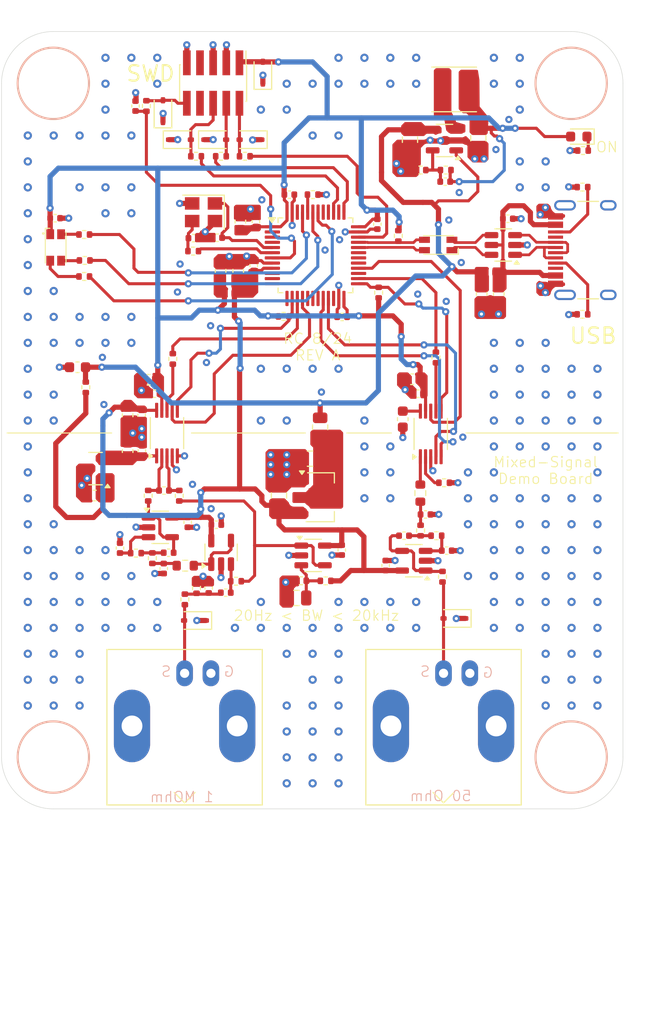
<source format=kicad_pcb>
(kicad_pcb (version 20240108) (generator "pcbnew") (generator_version "8.0")
  (layers (0 "F.Cu" signal) (1 "In1.Cu" power) (2 "In2.Cu" power) (31 "B.Cu" signal) (34 "B.Paste" user) (35 "F.Paste" user) (36 "B.SilkS" user "B.Silkscreen") (37 "F.SilkS" user "F.Silkscreen") (38 "B.Mask" user) (39 "F.Mask" user) (44 "Edge.Cuts" user))
  (net 0 "")
  (net 1 "+3.3VA")
  (net 2 "GND")
  (net 3 "VBUS")
  (net 4 "+5V")
  (net 5 "/Power/+5V_FILT")
  (net 6 "+3.3V")
  (net 7 "/Power/BUCK_FB")
  (net 8 "/MCU/HSE_IN")
  (net 9 "/MCU/XTAL_IN")
  (net 10 "/MCU/NRST")
  (net 11 "/ADC/IN_AA_BUF_OUT")
  (net 12 "Net-(C401-Pad1)")
  (net 13 "/ADC/IN_BUF")
  (net 14 "Net-(C406-Pad1)")
  (net 15 "/ADC/IN_AA_BUF_IN")
  (net 16 "/ADC/ADC_IN-")
  (net 17 "/ADC/ADC_IN+")
  (net 18 "/ADC/ADC_VREF")
  (net 19 "/DAC/OUT_AA_BUF_OUT")
  (net 20 "Net-(C501-Pad1)")
  (net 21 "Net-(C505-Pad1)")
  (net 22 "/DAC/OUT_AA_BUF_IN")
  (net 23 "/DAC/DAC_VREF")
  (net 24 "Net-(D201-K)")
  (net 25 "/MCU/LED_R_k")
  (net 26 "/MCU/LED_B_k")
  (net 27 "/MCU/LED_G_k")
  (net 28 "/MCU/SWDIO_CONN")
  (net 29 "/MCU/SWCLK_CONN")
  (net 30 "/MCU/SWO_CONN")
  (net 31 "/MCU/NRST_CONN")
  (net 32 "/ADC/IN")
  (net 33 "/DAC/IN")
  (net 34 "/MCU/USB_CMC_D-")
  (net 35 "/MCU/USB_D+")
  (net 36 "/MCU/USB_D-")
  (net 37 "/MCU/USB_CMC_D+")
  (net 38 "/MCU/USB_CONN_D-")
  (net 39 "Net-(J301-CC1)")
  (net 40 "/MCU/USB_CONN_D+")
  (net 42 "Net-(J301-CC2)")
  (net 46 "/MCU/BOOT0")
  (net 47 "SPI1_NSS")
  (net 48 "/MCU/HSE_OUT")
  (net 49 "SPI2_NSS")
  (net 50 "/MCU/TIM4_CH1")
  (net 51 "/MCU/SWDIO")
  (net 52 "/MCU/TIM4_CH2")
  (net 53 "/MCU/SWCLK")
  (net 54 "/MCU/SWO")
  (net 55 "/MCU/TIM4_CH3")
  (net 56 "VCOM")
  (net 57 "/ADC/IN_BUF_OUT")
  (net 58 "/ADC/ADC_SCLK")
  (net 59 "SPI1_SCK")
  (net 60 "/DAC/DAC_SCLK")
  (net 61 "SPI2_SCK")
  (net 66 "SPI1_MISO")
  (net 73 "SPI2_MOSI")
  (net 77 "DAC_NCLR")
  (net 80 "DAC_NLDAC")
  (net 84 "/ADC/ADC_REF_IN")
  (net 85 "/ADC/IN_RF")
  (net 86 "/DAC/DAC_OUT_A")
  (net 87 "/DAC/DAC_OUT_B")
  (net 88 "/Power/VREF")
  (net 91 "/Power/BUCK_SW")
  (footprint "Package_SO:VSSOP-10_3x3mm_P0.5mm" (layer "F.Cu") (at 101.939466 98.209466 90)
    (property "Reference" "U403")
    (property "Value" "ADC141S626CIMM_NOPB")
  )
  (footprint "Missing_Footprints:CMF3216F" (layer "F.Cu") (at 128.125 80.06 180)
    (property "Reference" "FL301")
    (property "Value" "CMF3216F-900-2P-T")
  )
  (footprint "Resistor_SMD:R_0402_1005Metric" (layer "F.Cu") (at 127.904466 90.914466 -90)
    (property "Reference" "R505")
    (property "Value" "0R")
  )
  (footprint "Capacitor_SMD:C_0402_1005Metric" (layer "F.Cu") (at 102.1 109.75)
    (property "Reference" "C401")
    (property "Value" "1n")
  )
  (footprint "Resistor_SMD:R_0402_1005Metric" (layer "F.Cu") (at 114.874466 112.454466)
    (property "Reference" "R203")
    (property "Value" "1k")
  )
  (footprint "Capacitor_SMD:C_0402_1005Metric" (layer "F.Cu") (at 122.25 78.05 -90)
    (property "Reference" "C304")
    (property "Value" "100n")
  )
  (footprint "Resistor_SMD:R_0402_1005Metric" (layer "F.Cu") (at 108.6 112.5)
    (property "Reference" "R401")
    (property "Value" "2M2")
  )
  (footprint "Capacitor_SMD:C_0402_1005Metric" (layer "F.Cu") (at 113.75 75.2)
    (property "Reference" "C305")
    (property "Value" "100n")
  )
  (footprint "Resistor_SMD:R_0402_1005Metric" (layer "F.Cu") (at 142.05 74.475 180)
    (property "Reference" "R304")
    (property "Value" "5k1")
  )
  (footprint "Resistor_SMD:R_0402_1005Metric" (layer "F.Cu") (at 104.75 71.5)
    (property "Reference" "R312")
    (property "Value" "49R9")
  )
  (footprint "Capacitor_SMD:C_0402_1005Metric" (layer "F.Cu") (at 99.489466 96.484466 -90)
    (property "Reference" "C410")
    (property "Value" "100n")
  )
  (footprint "Capacitor_SMD:C_0402_1005Metric" (layer "F.Cu") (at 124.824464 108.109466 180)
    (property "Reference" "C501")
    (property "Value" "1n")
  )
  (footprint "Capacitor_SMD:C_0805_2012Metric" (layer "F.Cu") (at 114.434466 114.115534 180)
    (property "Reference" "C206")
    (property "Value" "22u")
  )
  (footprint "Capacitor_SMD:C_0603_1608Metric" (layer "F.Cu") (at 100.164466 93.059466 180)
    (property "Reference" "C412")
    (property "Value" "10u")
  )
  (footprint "Resistor_SMD:R_0402_1005Metric" (layer "F.Cu") (at 128.85 72.830166)
    (property "Reference" "R204")
    (property "Value" "100k")
  )
  (footprint "Package_TO_SOT_SMD:SOT-23-6" (layer "F.Cu") (at 134.405 80.06 180)
    (property "Reference" "U302")
    (property "Value" "USBLC6-2SC6")
  )
  (footprint "Capacitor_SMD:C_0603_1608Metric" (layer "F.Cu") (at 124.704466 96.864466 -90)
    (property "Reference" "C507")
    (property "Value" "1u")
  )
  (footprint "Diode_SMD:D_SOD-323" (layer "F.Cu") (at 103.190001 69.9)
    (property "Reference" "D305")
    (property "Value" "PESD3V3L1BA,115")
  )
  (footprint "Capacitor_SMD:C_0402_1005Metric" (layer "F.Cu") (at 107.614466 113.604466)
    (property "Reference" "C404")
    (property "Value" "100n")
  )
  (footprint "Package_TO_SOT_SMD:SOT-23" (layer "F.Cu") (at 95.039466 101.634466 180)
    (property "Reference" "U404")
    (property "Value" "REF3033A/DBZT")
  )
  (footprint "Resistor_SMD:R_0402_1005Metric" (layer "F.Cu") (at 117.254466 112.464466)
    (property "Reference" "R202")
    (property "Value" "1k")
  )
  (footprint "Capacitor_SMD:C_0603_1608Metric" (layer "F.Cu") (at 109.024466 77.804467 90)
    (property "Reference" "C301")
    (property "Value" "10u")
  )
  (footprint "Resistor_SMD:R_0402_1005Metric" (layer "F.Cu") (at 128.539466 112.064466 -90)
    (property "Reference" "R504")
    (property "Value" "49R9")
  )
  (footprint "Diode_SMD:D_SOD-323" (layer "F.Cu") (at 129.689466 116.089466 180)
    (property "Reference" "D501")
    (property "Value" "PESD3V3L1BA,115")
  )
  (footprint "Diode_SMD:D_SOD-323" (layer "F.Cu") (at 106.6 69.9)
    (property "Reference" "D304")
    (property "Value" "PESD3V3L1BA,115")
  )
  (footprint "Resistor_SMD:R_0402_1005Metric" (layer "F.Cu") (at 122.374466 84.654467 90)
    (property "Reference" "R307")
    (property "Value" "10k")
  )
  (footprint "Package_TO_SOT_SMD:SOT-23-5" (layer "F.Cu") (at 116.044466 110.011966)
    (property "Reference" "U202")
    (property "Value" "MCP6001T-E/OT")
  )
  (footprint "Capacitor_SMD:C_0402_1005Metric" (layer "F.Cu") (at 110.524466 77.804467 90)
    (property "Reference" "C302")
    (property "Value" "100n")
  )
  (footprint "Capacitor_SMD:C_0402_1005Metric" (layer "F.Cu") (at 126.899464 106.059465)
    (property "Reference" "C505")
    (property "Value" "1n")
  )
  (footprint "Capacitor_SMD:C_0603_1608Metric" (layer "F.Cu") (at 125.604466 93.014466)
    (property "Reference" "C502")
    (property "Value" "10u")
  )
  (footprint "Resistor_SMD:R_0402_1005Metric" (layer "F.Cu") (at 127.95 108.109466)
    (property "Reference" "R503")
    (property "Value" "12k")
  )
  (footprint "Resistor_SMD:R_0402_1005Metric" (layer "F.Cu") (at 98.939466 109.789466 180)
    (property "Reference" "R405")
    (property "Value" "12k")
  )
  (footprint "Resistor_SMD:R_0402_1005Metric" (layer "F.Cu") (at 124.275 79.18 -90)
    (property "Reference" "R306")
    (property "Value" "1k5")
  )
  (footprint "Capacitor_SMD:C_0402_1005Metric" (layer "F.Cu") (at 100.739466 94.409466 180)
    (property "Reference" "C411")
    (property "Value" "100n")
  )
  (footprint "Package_TO_SOT_SMD:SOT-23-5" (layer "F.Cu") (at 107.164466 109.714466 90)
    (property "Reference" "U401")
    (property "Value" "MCP6001T-E/OT")
  )
  (footprint "MountingHole:MountingHole_3.2mm_M3" (layer "F.Cu") (at 140.964466 64.464466)
    (property "Reference" "H103")
    (property "Value" "MountingHole")
  )
  (footprint "Capacitor_SMD:C_0603_1608Metric" (layer "F.Cu") (at 94.964466 104.234466 180)
    (property "Reference" "C414")
    (property "Value" "10u")
  )
  (footprint "Capacitor_SMD:C_0402_1005Metric" (layer "F.Cu") (at 126.179466 94.414466)
    (property "Reference" "C503")
    (property "Value" "100n")
  )
  (footprint "Resistor_SMD:R_0402_1005Metric" (layer "F.Cu") (at 93.990001 81.55 180)
    (property "Reference" "R313")
    (property "Value" "1k")
  )
  (footprint "Resistor_SMD:R_0402_1005Metric" (layer "F.Cu") (at 116.009999 75.2 180)
    (property "Reference" "R301")
    (property "Value" "10k")
  )
  (footprint "Resistor_SMD:R_0402_1005Metric" (layer "F.Cu") (at 102.5 91.05 90)
    (property "Reference" "R410")
    (property "Value" "0R")
  )
  (footprint "Resistor_SMD:R_0402_1005Metric" (layer "F.Cu") (at 107.15 71.5 180)
    (property "Reference" "R311")
    (property "Value" "49R9")
  )
  (footprint "LED_SMD:LED_0603_1608Metric" (layer "F.Cu") (at 141.7 69.6 180)
    (property "Reference" "D201")
    (property "Value" "RED")
  )
  (footprint "Resistor_SMD:R_0402_1005Metric" (layer "F.Cu") (at 93.95 79.05 180)
    (property "Reference" "R308")
    (property "Value" "1k")
  )
  (footprint "Diode_SMD:D_SOD-323" (layer "F.Cu") (at 110 69.9 180)
    (property "Reference" "D303")
    (property "Value" "PESD3V3L1BA,115")
  )
  (footprint "Resistor_SMD:R_0402_1005Metric" (layer "F.Cu") (at 94.1 93.790001 -90)
    (property "Reference" "R409")
    (property "Value" "49R9")
  )
  (footprint "Connector_USB:USB_C_Receptacle_HRO_TYPE-C-31-M-12" (layer "F.Cu") (at 143.499466 80.554466 90)
    (property "Reference" "J301")
    (property "Value" "USB_C_Receptacle_USB2.0_16P")
  )
  (footprint "Capacitor_SMD:C_0402_1005Metric" (layer "F.Cu") (at 110.315 82.05 90)
    (property "Reference" "C306")
    (property "Value" "10nF")
  )
  (footprint "Capacitor_SMD:C_0402_1005Metric" (layer "F.Cu") (at 128.95 109.55)
    (property "Reference" "C506")
    (property "Value" "150p")
  )
  (footprint "Capacitor_SMD:C_0603_1608Metric" (layer "F.Cu") (at 98.139466 96.484466 -90)
    (property "Reference" "C409")
    (property "Value" "10u")
  )
  (footprint "Capacitor_SMD:C_0402_1005Metric" (layer "F.Cu") (at 101.65 103.75)
    (property "Reference" "C408")
    (property "Value" "150p")
  )
  (footprint "Resistor_SMD:R_0402_1005Metric" (layer "F.Cu") (at 128.7 103)
    (property "Reference" "R506")
    (property "Value" "10k")
  )
  (footprint "Inductor_SMD:L_Coilcraft_XxL4020" (layer "F.Cu") (at 129.664999 65.05)
    (property "Reference" "L202")
    (property "Value" "68u")
  )
  (footprint "Capacitor_SMD:C_0402_1005Metric" (layer "F.Cu") (at 99.514466 99.909466 90)
    (property "Reference" "C416")
    (property "Value" "100n")
  )
  (footprint "Resistor_SMD:R_0402_1005Metric" (layer "F.Cu") (at 103.125 104.25 90)
    (property "Reference" "R408")
    (property "Value" "1k")
  )
  (footprint "Diode_SMD:D_SOD-323" (layer "F.Cu") (at 111.194466 63.434466 90)
    (property "Reference" "D302")
    (property "Value" "PESD3V3L1BA,115")
  )
  (footprint "Capacitor_SMD:C_0805_2012Metric" (layer "F.Cu") (at 112.751966 104.224466 90)
    (property "Reference" "C205")
    (property "Value" "22u")
  )
  (footprint "Resistor_SMD:R_0402_1005Metric" (layer "F.Cu") (at 126.424464 107.609466 -90)
    (property "Reference" "R502")
    (property "Value" "22k")
  )
  (footprint "Capacitor_SMD:C_0402_1005Metric" (layer "F.Cu") (at 98.9 66.65 90)
    (property "Reference" "C313")
    (property "Value" "100n")
  )
  (footprint "Resistor_SMD:R_0402_1005Metric" (layer "F.Cu") (at 103.664466 114.254466 90)
    (property "Reference" "R402")
    (property "Value" "1k")
  )
  (footprint "Capacitor_SMD:C_0603_1608Metric" (layer "F.Cu") (at 107.115 82.55 90)
    (property "Reference" "C308")
    (property "Value" "1u")
  )
  (footprint "Capacitor_SMD:C_0402_1005Metric" (layer "F.Cu") (at 103.939466 106.814466 90)
    (property "Reference" "C403")
    (property "Value" "100n")
  )
  (footprint "Package_TO_SOT_SMD:SOT-23-5" (layer "F.Cu") (at 128.726966 69.979466 180)
    (property "Reference" "U203")
    (property "Value" "TLV62569DBV")
  )
  (footprint "Capacitor_SMD:C_0805_2012Metric" (layer "F.Cu") (at 115.751966 100.674466 180)
    (property "Reference" "C204")
    (property "Value" "22u")
  )
  (footprint "Resistor_SMD:R_0603_1608Metric" (layer "F.Cu") (at 103.7 111 180)
    (property "Reference" "R403")
    (property "Value" "6k8")
  )
  (footprint "Resistor_SMD:R_0402_1005Metric" (layer "F.Cu") (at 99.95 66.65 -90)
    (property "Reference" "R314")
    (property "Value" "49R9")
  )
  (footprint "Diode_SMD:D_SOD-323" (layer "F.Cu") (at 104.639466 116.289466 180)
    (property "Reference" "D401")
    (property "Value" "PESD3V3L1BA,115")
  )
  (footprint "Capacitor_SMD:C_0402_1005Metric" (layer "F.Cu") (at 118.85 87 180)
    (property "Reference" "C303")
    (property "Value" "100n")
  )
  (footprint "MountingHole:MountingHole_3.2mm_M3" (layer "F.Cu") (at 140.964466 129.464466)
    (property "Reference" "H102")
    (property "Value" "MountingHole")
  )
  (footprint "Capacitor_SMD:C_0805_2012Metric" (layer "F.Cu") (at 132 69.75 -90)
    (property "Reference" "C208")
    (property "Value" "22u")
  )
  (footprint "Capacitor_SMD:C_0603_1608Metric" (layer "F.Cu") (at 108.815 82.55 90)
    (property "Reference" "C307")
    (property "Value" "1u")
  )
  (footprint "Capacitor_SMD:C_0402_1005Metric" (layer "F.Cu") (at 106.7 107.05 180)
    (property "Reference" "C402")
    (property "Value" "100n")
  )
  (footprint "Capacitor_SMD:C_0402_1005Metric" (layer "F.Cu") (at 118.814466 109.494466 90)
    (property "Reference" "C201")
    (property "Value" "100n")
  )
  (footprint "Capacitor_SMD:C_0402_1005Metric" (layer "F.Cu") (at 105.964466 113.154466 90)
    (property "Reference" "C405")
    (property "Value" "150p")
  )
  (footprint "Capacitor_SMD:C_0603_1608Metric" (layer "F.Cu") (at 132.325 84.775 -90)
    (property "Reference" "C203")
    (property "Value" "1u")
  )
  (footprint "Connector_Coaxial:BNC_Amphenol_B6252HB-NPP3G-50_Horizontal" (layer "F.Cu") (at 103.639466 121.384466 180)
    (property "Reference" "J401")
    (property "Value" "DOSIN-801-0031")
  )
  (footprint "Resistor_SMD:R_0402_1005Metric" (layer "F.Cu") (at 104.789466 113.154466 -90)
    (property "Reference" "R407")
    (property "Value" "2M2")
  )
  (footprint "Capacitor_SMD:C_0402_1005Metric" (layer "F.Cu") (at 123.049464 110.984465 -90)
    (property "Reference" "C504")
    (property "Value" "100n")
  )
  (footprint "Package_TO_SOT_SMD:SOT-23-5" (layer "F.Cu") (at 101.289466 107.301966)
    (property "Reference" "U402")
    (property "Value" "MCP6001T-E/OT")
  )
  (footprint "Package_TO_SOT_SMD:SOT-89-3" (layer "F.Cu") (at 116.739466 104.399466)
    (property "Reference" "U201")
    (property "Value" "HT7533-1")
  )
  (footprint "Capacitor_SMD:C_0402_1005Metric" (layer "F.Cu") (at 104.49 79.4)
    (property "Reference" "C310")
    (property "Value" "10p")
  )
  (footprint "Resistor_SMD:R_0402_1005Metric" (layer "F.Cu") (at 126.417321 72.830166)
    (property "Reference" "R206")
    (property "Value" "22k")
  )
  (footprint "Capacitor_SMD:C_0603_1608Metric" (layer "F.Cu") (at 93.3 91.855002 180)
    (property "Reference" "C413")
    (property "Value" "10u")
  )
  (footprint "Missing_Footprints:E6C1206RGBC3UDA" (layer "F.Cu") (at 91.190001 80.3 90)
    (property "Reference" "D301")
    (property "Value" "LED_RGB_E6C1206RGBC3UDA")
  )
  (footprint "Capacitor_SMD:C_0402_1005Metric" (layer "F.Cu") (at 91.140001 77.475)
    (property "Reference" "C312")
    (property "Value" "100n")
  )
  (footprint "MountingHole:MountingHole_3.2mm_M3" (layer "F.Cu") (at 90.964466 64.464466)
    (property "Reference" "H104")
    (property "Value" "MountingHole")
  )
  (footprint "Capacitor_SMD:C_0402_1005Metric" (layer "F.Cu") (at 101.625 111.275 -90)
    (property "Reference" "C406")
    (property "Value" "1n")
  )
  (footprint "Connector_Coaxial:BNC_Amphenol_B6252HB-NPP3G-50_Horizontal" (layer "F.Cu") (at 128.639466 121.384466 180)
    (property "Reference" "J501")
    (property "Value" "DOSIN-801-0031")
  )
  (footprint "Resistor_SMD:R_0402_1005Metric" (layer "F.Cu") (at 142.1 70.95)
    (property "Reference" "R205")
    (property "Value" "1k")
  )
  (footprint "Package_TO_SOT_SMD:SOT-23-5" (layer "F.Cu") (at 125.774464 110.521966 180)
    (property "Reference" "U501")
    (property "Value" "MCP6001T-E/OT")
  )
  (footprint "Resistor_SMD:R_0402_1005Metric" (layer "F.Cu") (at 113.2 86.95)
    (property "Reference" "R302")
    (property "Value" "10k")
  )
  (footprint "Capacitor_SMD:C_0805_2012Metric" (layer "F.Cu") (at 125.4 69.9 -90)
    (property "Reference" "C207")
    (property "Value" "22u")
  )
  (footprint "Package_QFP:LQFP-48_7x7mm_P0.5mm" (layer "F.Cu") (at 116.274466 81.054467)
    (property "Reference" "U301")
    (property "Value" "STM32F103CBT6")
  )
  (footprint "Capacitor_SMD:C_0603_1608Metric" (layer "F.Cu") (at 98.139466 99.934466 90)
    (property "Reference" "C415")
    (property "Value" "10u")
  )
  (footprint "Crystal:Crystal_SMD_3225-4Pin_3.2x2.5mm" (layer "F.Cu") (at 105.47 76.9 180)
    (property "Reference" "Y301")
    (property "Value" "16MHz")
  )
  (footprint "Inductor_SMD:L_0402_1005Metric" (layer "F.Cu") (at 133.15 82.7 180)
    (property "Reference" "L201")
    (property "Value" "10n")
  )
  (footprint "Resistor_SMD:R_0805_2012Metric" (layer "F.Cu") (at 116.726966 97.649466 -90)
    (property "Reference" "R201")
    (property "Value" "10R")
  )
  (footprint "Resistor_SMD:R_0402_1005Metric" (layer "F.Cu") (at 93.95 83.1 180)
    (property "Reference" "R310")
    (property "Value" "1k")
  )
  (footprint "Capacitor_SMD:C_0402_1005Metric" (layer "F.Cu") (at 97.4 109.3 90)
    (property "Reference" "C407")
    (property "Value" "150p")
  )
  (footprint "Capacitor_SMD:C_0402_1005Metric" (layer "F.Cu") (at 106.78 79.36 180)
    (property "Reference" "C309")
    (property "Value" "10p")
  )
  (footprint "Capacitor_SMD:C_0402_1005Metric" (layer "F.Cu") (at 128.8 73.95 180)
    (property "Reference" "C209")
    (property "Value" "DNP")
  )
  (footprint "Capacitor_SMD:C_0603_1608Metric" (layer "F.Cu") (at 133.975 84.775 -90)
    (property "Reference" "C202")
    (property "Value" "1u")
  )
  (footprint "Resistor_SMD:R_0402_1005Metric" (layer "F.Cu") (at 104.47 80.65)
    (property "Reference" "R305")
    (property "Value" "0R")
  )
  (footprint "Resistor_SMD:R_0402_1005Metric" (layer "F.Cu") (at 100.125 104.25 90)
    (property "Reference" "R406")
    (property "Value" "1k")
  )
  (footprint "Inductor_SMD:L_0402_1005Metric" (layer "F.Cu") (at 107.965 84.7 180)
    (property "Reference" "L301")
    (property "Value" "10n")
  )
  (footprint "MountingHole:MountingHole_3.2mm_M3" (layer "F.Cu") (at 90.964466 129.464466)
    (property "Reference" "H101")
    (property "Value" "MountingHole")
  )
  (footprint "Diode_SMD:D_SOD-323" (layer "F.Cu") (at 101.55 67.15 90)
    (property "Reference" "D306")
    (property "Value" "PESD3V3L1BA,115")
  )
  (footprint "Capacitor_SMD:C_0402_1005Metric" (layer "F.Cu") (at 134.85 77.525 180)
    (property "Reference" "C311")
    (property "Value" "100n")
  )
  (footprint "Resistor_SMD:R_0402_1005Metric" (layer "F.Cu") (at 142.05 86.75 180)
    (property "Reference" "R303")
    (property "Value" "5k1")
  )
  (footprint "Resistor_SMD:R_0402_1005Metric" (layer "F.Cu") (at 100.525 110.275 90)
    (property "Reference" "R404")
    (property "Value" "22k")
  )
  (footprint "Package_SO:VSSOP-10_3x3mm_P0.5mm" (layer "F.Cu") (at 127.404466 98.289466 90)
    (property "Reference" "U502")
    (property "Value" "DAC7563TDGSR")
  )
  (footprint "Resistor_SMD:R_0402_1005Metric" (layer "F.Cu") (at 109.45 71.5)
    (property "Reference" "R309")
    (property "Value" "49R9")
  )
  (footprint "Connector_PinHeader_1.27mm:PinHeader_2x05_P1.27mm_Vertical_SMD" (layer "F.Cu") (at 106.394466 64.434466 -90)
    (property "Reference" "J302")
    (property "Value" "2x5x1.27mm")
  )
  (footprint "Resistor_SMD:R_0603_1608Metric" (layer "F.Cu") (at 126.4 104 -90)
    (property "Reference" "R501")
    (property "Value" "6k8")
  )
  (gr_circle (center 90.96447 64.46447) (end 94.408835 64.46447) (stroke (width 0.2)) (fill none) (layer "B.SilkS"))
  (gr_circle (center 140.9645 129.4645) (end 144.408865 129.4645) (stroke (width 0.2)) (fill none) (layer "B.SilkS"))
  (gr_circle (center 90.9645 129.4645) (end 94.408865 129.4645) (stroke (width 0.2)) (fill none) (layer "B.SilkS"))
  (gr_circle (center 140.9645 64.4645) (end 144.408865 64.4645) (stroke (width 0.2)) (fill none) (layer "B.SilkS"))
  (gr_circle (center 140.9645 129.4645) (end 144.408865 129.4645) (stroke (width 0.2)) (fill none) (layer "F.SilkS"))
  (gr_line (start 86.5 98.2) (end 96.6 98.2) (stroke (width 0.1)) (layer "F.SilkS"))
  (gr_circle (center 140.9645 64.4645) (end 144.408865 64.4645) (stroke (width 0.2)) (fill none) (layer "F.SilkS"))
  (gr_circle (center 90.964466 64.464466) (end 94.408831 64.464466) (stroke (width 0.2)) (fill none) (layer "F.SilkS"))
  (gr_circle (center 90.9645 129.4645) (end 94.408865 129.4645) (stroke (width 0.2)) (fill none) (layer "F.SilkS"))
  (gr_line (start 119.3 98.2) (end 123.6 98.2) (stroke (width 0.1)) (layer "F.SilkS"))
  (gr_line (start 104.3 98.2) (end 115.3 98.2) (stroke (width 0.1)) (layer "F.SilkS"))
  (gr_line (start 130.8 98.2) (end 145.5 98.2) (stroke (width 0.1)) (layer "F.SilkS"))
  (gr_line (start 140.964466 134.464466) (end 90.964466 134.464466) (stroke (width 0.05)) (layer "Edge.Cuts"))
  (gr_line (start 90.964466 59.464466) (end 140.964466 59.464466) (stroke (width 0.05)) (layer "Edge.Cuts"))
  (gr_arc (start 140.964466 59.464466) (mid 144.5 60.928932) (end 145.964466 64.464466) (stroke (width 0.05)) (layer "Edge.Cuts"))
  (gr_arc (start 145.964466 129.464466) (mid 144.5 133) (end 140.964466 134.464466) (stroke (width 0.05)) (layer "Edge.Cuts"))
  (gr_arc (start 90.964466 134.464466) (mid 87.428932 133) (end 85.964466 129.464466) (stroke (width 0.05)) (layer "Edge.Cuts"))
  (gr_arc (start 85.964466 64.464466) (mid 87.428932 60.928932) (end 90.964466 59.464466) (stroke (width 0.05)) (layer "Edge.Cuts"))
  (gr_line (start 85.964466 129.464466) (end 85.964466 64.464466) (stroke (width 0.05)) (layer "Edge.Cuts"))
  (gr_line (start 145.964466 64.464466) (end 145.964466 129.464466) (stroke (width 0.05)) (layer "Edge.Cuts"))
  (gr_text "50 Ohm" (at 131.4 133.8 0) (layer "B.SilkS") (effects (font (size 1 1) (thickness 0.1)) (justify left bottom mirror)))
  (gr_text "G" (at 108.5 121.8 0) (layer "B.SilkS") (effects (font (size 1 1) (thickness 0.1)) (justify left bottom mirror)))
  (gr_text "S" (at 102.4 121.8 0) (layer "B.SilkS") (effects (font (size 1 1) (thickness 0.1)) (justify left bottom mirror)))
  (gr_text "S" (at 127.4 121.8 0) (layer "B.SilkS") (effects (font (size 1 1) (thickness 0.1)) (justify left bottom mirror)))
  (gr_text "1 MOhm" (at 106.5 133.9 0) (layer "B.SilkS") (effects (font (size 1 1) (thickness 0.1)) (justify left bottom mirror)))
  (gr_text "G" (at 133.5 121.9 0) (layer "B.SilkS") (effects (font (size 1 1) (thickness 0.1)) (justify left bottom mirror)))
  (gr_text "20Hz < BW < 20kHz" (at 108.3 116.4 0) (layer "F.SilkS") (effects (font (size 1 1) (thickness 0.1)) (justify left bottom)))
  (gr_text "RC 8/24\nREV A" (at 116.5 89.9 0) (layer "F.SilkS") (effects (font (size 1 1) (thickness 0.1))))
  (gr_text "Mixed-Signal\nDemo Board" (at 138.5 103.2 -0) (layer "F.SilkS") (effects (font (size 1 1) (thickness 0.1)) (justify bottom)))
  (gr_text "USB" (at 140.7 89.7 0) (layer "F.SilkS") (effects (font (size 1.5 1.5) (thickness 0.2)) (justify left bottom)))
  (gr_text "SWD" (at 97.9 64.4 0) (layer "F.SilkS") (effects (font (size 1.5 1.5) (thickness 0.2)) (justify left bottom)))
  (gr_text "ON" (at 143.3 71.2 0) (layer "F.SilkS") (effects (font (size 1 1) (thickness 0.1)) (justify left bottom)))
  (segment (start 106.214467 107.055533) (end 106.22 107.05) (width 0.5) (layer "F.Cu") (net 1))
  (segment (start 96.35 96.25) (end 96.890534 95.709466) (width 0.5) (layer "F.Cu") (net 1))
  (segment (start 105.2 106.334466) (end 105.984466 106.334466) (width 0.5) (layer "F.Cu") (net 1))
  (segment (start 105.984466 106.334466) (end 106.22 106.57) (width 0.5) (layer "F.Cu") (net 1))
  (segment (start 112.751966 105.174465) (end 112.751966 107.001966) (width 0.5) (layer "F.Cu") (net 1))
  (segment (start 105.2 106.334466) (end 105.2 105.55) (width 0.5) (layer "F.Cu") (net 1))
  (segment (start 96.890534 95.709466) (end 98.139466 95.709466) (width 0.5) (layer "F.Cu") (net 1))
  (segment (start 103.939466 106.334466) (end 105.2 106.334466) (width 0.5) (layer "F.Cu") (net 1))
  (segment (start 110.45 103.6) (end 111.1 104.25) (width 0.5) (layer "F.Cu") (net 1))
  (segment (start 118.85 107.55) (end 118.45 107.55) (width 0.5) (layer "F.Cu") (net 1))
  (segment (start 119.685535 111.464465) (end 120.95 111.464465) (width 0.5) (layer "F.Cu") (net 1))
  (segment (start 118.766966 109.061966) (end 118.814466 109.014466) (width 0.5) (layer "F.Cu") (net 1))
  (segment (start 106.22 106.57) (end 106.22 107.05) (width 0.5) (layer "F.Cu") (net 1))
  (segment (start 105.2 103.95) (end 105.55 103.6) (width 0.5) (layer "F.Cu") (net 1))
  (segment (start 108.85 87.403315) (end 108.45 87.003315) (width 0.5) (layer "F.Cu") (net 1))
  (segment (start 123.056964 111.471965) (end 123.049464 111.464465) (width 0.5) (layer "F.Cu") (net 1))
  (segment (start 102.426966 106.351967) (end 103.921965 106.351967) (width 0.5) (layer "F.Cu") (net 1))
  (segment (start 112.111966 82.304467) (end 111.271346 82.304467) (width 0.3) (layer "F.Cu") (net 1))
  (segment (start 120.3 107.55) (end 118.85 107.55) (width 0.5) (layer "F.Cu") (net 1))
  (segment (start 111.474465 105.174465) (end 112.751966 105.174465) (width 0.5) (layer "F.Cu") (net 1))
  (segment (start 118.685534 112.464466) (end 119.685535 111.464465) (width 0.5) (layer "F.Cu") (net 1))
  (segment (start 99.494466 96.009466) (end 99.489466 96.004466) (width 0.3) (layer "F.Cu") (net 1))
  (segment (start 124.636964 111.471965) (end 123.056964 111.471965) (width 0.5) (layer "F.Cu") (net 1))
  (segment (start 108.95 103.6) (end 108.95 92) (width 0.5) (layer "F.Cu") (net 1))
  (segment (start 111.045813 82.53) (end 110.315 82.53) (width 0.3) (layer "F.Cu") (net 1))
  (segment (start 108.95 103.6) (end 110.45 103.6) (width 0.5) (layer "F.Cu") (net 1))
  (segment (start 111.1 104.25) (end 111.1 104.8) (width 0.5) (layer "F.Cu") (net 1))
  (segment (start 108.95 92) (end 109 91.95) (width 0.5) (layer "F.Cu") (net 1))
  (segment (start 112.751966 107.001966) (end 113.3 107.55) (width 0.5) (layer "F.Cu") (net 1))
  (segment (start 113.3 107.55) (end 118.45 107.55) (width 0.5) (layer "F.Cu") (net 1))
  (segment (start 118.814466 109.014466) (end 118.814466 107.585534) (width 0.5) (layer "F.Cu") (net 1))
  (segment (start 117.181966 109.061966) (end 118.766966 109.061966) (width 0.5) (layer "F.Cu") (net 1))
  (segment (start 106.214467 108.576966) (end 106.214467 107.055533) (width 0.5) (layer "F.Cu") (net 1))
  (segment (start 100.939466 96.009466) (end 99.494466 96.009466) (width 0.3) (layer "F.Cu") (net 1))
  (segment (start 108.45 87.003315) (end 108.45 84.7) (width 0.5) (layer "F.Cu") (net 1))
  (segment (start 103.921965 106.351967) (end 103.939466 106.334466) (width 0.5) (layer "F.Cu") (net 1))
  (segment (start 111.271346 82.304467) (end 111.045813 82.53) (width 0.3) (layer "F.Cu") (net 1))
  (segment (start 120.95 111.464465) (end 120.95 108.2) (width 0.5) (layer "F.Cu") (net 1))
  (segment (start 120.95 108.2) (end 120.3 107.55) (width 0.5) (layer "F.Cu") (net 1))
  (segment (start 105.55 103.6) (end 108.95 103.6) (width 0.5) (layer "F.Cu") (net 1))
  (segment (start 118.814466 107.585534) (end 118.85 107.55) (width 0.5) (layer "F.Cu") (net 1))
  (segment (start 120.95 111.464465) (end 123.049464 111.464465) (width 0.5) (layer "F.Cu") (net 1))
  (segment (start 111.1 104.8) (end 111.474465 105.174465) (width 0.5) (layer "F.Cu") (net 1))
  (segment (start 117.764466 112.464466) (end 118.685534 112.464466) (width 0.5) (layer "F.Cu") (net 1))
  (via (at 105.2 103.95) (size 0.7) (drill 0.3) (layers "F.Cu" "B.Cu") (net 1))
  (via (at 105.2 105.55) (size 0.7) (drill 0.3) (layers "F.Cu" "B.Cu") (net 1))
  (via (at 108.85 87.403315) (size 0.7) (drill 0.3) (layers "F.Cu" "B.Cu") (net 1))
  (via (at 96.35 96.25) (size 0.7) (drill 0.3) (layers "F.Cu" "B.Cu") (net 1))
  (via (at 109 91.95) (size 0.7) (drill 0.3) (layers "F.Cu" "B.Cu") (net 1))
  (segment (start 98.05 106.15) (end 96.35 106.15) (width 0.5) (layer "B.Cu") (net 1))
  (segment (start 95.75 97.5) (end 95.75 96.85) (width 0.5) (layer "B.Cu") (net 1))
  (segment (start 105.2 105.55) (end 105.2 103.95) (width 0.5) (layer "B.Cu") (net 1))
  (segment (start 105.2 105.55) (end 105.2 105.85) (width 0.5) (layer "B.Cu") (net 1))
  (segment (start 109 91.95) (end 109 87.553315) (width 0.5) (layer "B.Cu") (net 1))
  (segment (start 109 87.553315) (end 108.85 87.403315) (width 0.5) (layer "B.Cu") (net 1))
  (segment (start 95.9 105.7) (end 95.75 105.55) (width 0.5) (layer "B.Cu") (net 1))
  (segment (start 95.75 96.85) (end 96.35 96.25) (width 0.5) (layer "B.Cu") (net 1))
  (segment (start 105.2 105.85) (end 104.9 106.15) (width 0.5) (layer "B.Cu") (net 1))
  (segment (start 104.9 106.15) (end 98.05 106.15) (width 0.5) (layer "B.Cu") (net 1))
  (segment (start 96.35 106.15) (end 95.9 105.7) (width 0.5) (layer "B.Cu") (net 1))
  (segment (start 95.75 105.55) (end 95.75 97.5) (width 0.5) (layer "B.Cu") (net 1))
  (segment (start 105.55 69.9) (end 106.389999 69.9) (width 0.5) (layer "F.Cu") (net 2))
  (segment (start 121.277586 78.804467) (end 121.552053 78.53) (width 0.3) (layer "F.Cu") (net 2))
  (segment (start 114.024466 78.174466) (end 114.025 78.175) (width 0.3) (layer "F.Cu") (net 2))
  (segment (start 100.151966 107.301966) (end 98.971966 107.301966) (width 0.5) (layer "F.Cu") (net 2))
  (segment (start 120.436966 78.804467) (end 121.277586 78.804467) (width 0.3) (layer "F.Cu") (net 2))
  (segment (start 105.689466 116.289466) (end 104.820534 116.289466) (width 0.5) (layer "F.Cu") (net 2))
  (segment (start 127.404466 101.634466) (end 127.61 101.84) (width 0.3) (layer "F.Cu") (net 2))
  (segment (start 106.57 77.75) (end 106.57 77.84) (width 0.5) (layer "F.Cu") (net 2))
  (segment (start 103.629466 100.409466) (end 103.63 100.41) (width 0.3) (layer "F.Cu") (net 2))
  (segment (start 118.524466 85.216967) (end 118.524466 86.125534) (width 0.3) (layer "F.Cu") (net 2))
  (segment (start 128.098034 110.521966) (end 128.1 110.52) (width 0.5) (layer "F.Cu") (net 2))
  (segment (start 92.445 77.475) (end 92.445534 77.474466) (width 0.5) (layer "F.Cu") (net 2))
  (segment (start 91.620001 77.475) (end 92.445 77.475) (width 0.5) (layer "F.Cu") (net 2))
  (segment (start 97.4 108.01) (end 97.390534 108.000534) (width 0.5) (layer "F.Cu") (net 2))
  (segment (start 111.194466 63.685534) (end 111.2 63.68) (width 0.5) (layer "F.Cu") (net 2))
  (segment (start 118.37 86.28) (end 118.37 87) (width 0.3) (layer "F.Cu") (net 2))
  (segment (start 101.55 68.2) (end 101.55 67.380001) (width 0.5) (layer "F.Cu") (net 2))
  (segment (start 120.436966 78.804467) (end 119.154467 78.804467) (width 0.3) (layer "F.Cu") (net 2))
  (segment (start 97.4075 108.8125) (end 97.4 108.82) (width 0.5) (layer "F.Cu") (net 2))
  (segment (start 107.164466 110.851966) (end 107.164466 112.135534) (width 0.5) (layer "F.Cu") (net 2))
  (segment (start 92.525 91.855002) (end 91.555002 91.855002) (width 0.5) (layer "F.Cu") (net 2))
  (segment (start 114.024466 75.975534) (end 114.23 75.77) (width 0.3) (layer "F.Cu") (net 2))
  (segment (start 114.23 75.77) (end 114.23 75.2) (width 0.3) (layer "F.Cu") (net 2))
  (segment (start 91.555002 91.855002) (end 91.55 91.85) (width 0.5) (layer "F.Cu") (net 2))
  (segment (start 112.111966 81.804467) (end 111.271346 81.804467) (width 0.3) (layer "F.Cu") (net 2))
  (segment (start 124.704466 97.639466) (end 124.704466 98.634466) (width 0.5) (layer "F.Cu") (net 2))
  (segment (start 102.45 100.420001) (end 102.45 101.302269) (width 0.29337) (layer "F.Cu") (net 2))
  (segment (start 141.590001 70.95) (end 140.85 70.95) (width 0.5) (layer "F.Cu") (net 2))
  (segment (start 103.939466 107.294466) (end 104.794466 107.294466) (width 0.5) (layer "F.Cu") (net 2))
  (segment (start 107.18 106.205) (end 107.175 106.2) (width 0.5) (layer "F.Cu") (net 2))
  (segment (start 103.854466 62.484466) (end 103.854466 60.754466) (width 0.5) (layer "F.Cu") (net 2))
  (segment (start 119.154467 78.804467) (end 119.15 78.8) (width 0.3) (layer "F.Cu") (net 2))
  (segment (start 102.45 101.302269) (end 102.85 101.702269) (width 0.29337) (layer "F.Cu") (net 2))
  (segment (start 107.164466 112.135534) (end 107.15 112.15) (width 0.5) (layer "F.Cu") (net 2))
  (segment (start 141.540001 86.75) (end 140.75 86.75) (width 0.5) (layer "F.Cu") (net 2))
  (segment (start 126.911964 110.521966) (end 128.098034 110.521966) (width 0.5) (layer "F.Cu") (net 2))
  (segment (start 111.194466 64.484466) (end 111.194466 63.685534) (width 0.5) (layer "F.Cu") (net 2))
  (segment (start 141.540001 74.475) (end 140.75 74.475) (width 0.5) (layer "F.Cu") (net 2))
  (segment (start 107.664466 60.765534) (end 107.685 60.745) (width 0.5) (layer "F.Cu") (net 2))
  (segment (start 106.394466 60.754466) (end 106.385 60.745) (width 0.5) (layer "F.Cu") (net 2))
  (segment (start 103.854466 60.754466) (end 103.85 60.75) (width 0.5) (layer "F.Cu") (net 2))
  (segment (start 104.794466 107.294466) (end 104.8 107.3) (width 0.5) (layer "F.Cu") (net 2))
  (segment (start 114.906966 110.011966) (end 113.711966 110.011966) (width 0.5) (layer "F.Cu") (net 2))
  (segment (start 102.439465 100.409466) (end 102.45 100.420001) (width 0.29337) (layer "F.Cu") (net 2))
  (segment (start 127.404466 100.489466) (end 127.404466 101.634466) (width 0.3) (layer "F.Cu") (net 2))
  (segment (start 129.880534 116.089466) (end 129.87 116.1) (width 0.5) (layer "F.Cu") (net 2))
  (segment (start 123.955535 110.504465) (end 123.96 110.5) (width 0.5) (layer "F.Cu") (net 2))
  (segment (start 97.4 108.82) (end 97.4 108.01) (width 0.5) (layer "F.Cu") (net 2))
  (segment (start 136.7225 80.06) (end 136.725 80.0575) (width 0.5) (layer "F.Cu") (net 2))
  (segment (start 130.739466 116.089466) (end 129.880534 116.089466) (width 0.5) (layer "F.Cu") (net 2))
  (segment (start 106.389999 69.9) (end 106.394466 69.895533) (width 0.5) (layer "F.Cu") (net 2))
  (segment (start 104.820534 116.289466) (end 104.82 116.29) (width 0.5) (layer "F.Cu") (net 2))
  (segment (start 140.75 74.475) (end 140.725 74.45) (width 0.5) (layer "F.Cu") (net 2))
  (segment (start 117.875534 109.974466) (end 117.87 109.98) (width 0.5) (layer "F.Cu") (net 2))
  (segment (start 111.036879 81.57) (end 110.315 81.57) (width 0.3) (layer "F.Cu") (net 2))
  (segment (start 129.21 103) (end 130.03 103) (width 0.5) (layer "F.Cu") (net 2))
  (segment (start 98.95 66.189999) (end 98.95 65.398931) (width 0.5) (layer "F.Cu") (net 2))
  (segment (start 114.024466 76.891967) (end 114.024466 75.975534) (width 0.3) (layer "F.Cu") (net 2))
  (segment (start 116.519999 75.2) (end 117.329999 75.2) (width 0.5) (layer "F.Cu") (net 2))
  (segment (start 98.95 65.398931) (end 98.915534 65.364465) (width 0.5) (layer "F.Cu") (net 2))
  (segment (start 102.939466 100.409466) (end 103.629466 100.409466) (width 0.3) (layer "F.Cu") (net 2))
  (segment (start 113.711966 110.011966) (end 113.7 110) (width 0.5) (layer "F.Cu") (net 2))
  (segment (start 106.394466 62.484466) (end 106.394466 60.754466) (width 0.5) (layer "F.Cu") (net 2))
  (segment (start 111.05 69.9) (end 110.228931 69.9) (width 0.5) (layer "F.Cu") (net 2))
  (segment (start 106.57 77.84) (end 105.63 78.78) (width 0.5) (layer "F.Cu") (net 2))
  (segment (start 118.814466 109.974466) (end 117.875534 109.974466) (width 0.5) (layer "F.Cu") (net 2))
  (segment (start 98.971966 107.301966) (end 98.95 107.28) (width 0.5) (layer "F.Cu") (net 2))
  (segment (start 107.664466 62.484466) (end 107.664466 60.765534) (width 0.5) (layer "F.Cu") (net 2))
  (segment (start 101.625 111.755) (end 100.761068 111.755) (width 0.5) (layer "F.Cu") (net 2))
  (segment (start 114.024466 76.891967) (end 114.024466 78.174466) (width 0.3) (layer "F.Cu") (net 2))
  (segment (start 102.85 101.702269) (end 102.85 101.75) (width 0.29337) (layer "F.Cu") (net 2))
  (segment (start 118.524466 83.950534) (end 118.525 83.95) (width 0.3) (layer "F.Cu") (net 2))
  (segment (start 107.18 107.05) (end 107.18 106.205) (width 0.5) (layer "F.Cu") (net 2))
  (segment (start 124.704466 98.634466) (end 124.71 98.64) (width 0.5) (layer "F.Cu") (net 2))
  (segment (start 118.524466 85.216967) (end 118.524466 83.950534) (width 0.3) (layer "F.Cu") (net 2))
  (segment (start 102.968933 69.9) (end 102.974466 69.894465) (width 0.5) (layer "F.Cu") (net 2))
  (segment (start 135.33 77.525) (end 136.125 77.525) (width 0.5) (layer "F.Cu") (net 2))
  (segment (start 127.379464 106.059465) (end 128.170535 106.059465) (width 0.5) (layer "F.Cu") (net 2))
  (segment (start 128.170535 106.059465) (end 128.18 106.05) (width 0.5) (layer "F.Cu") (net 2))
  (segment (start 100.761068 111.755) (end 100.760534 111.755534) (width 0.5) (layer "F.Cu") (net 2))
  (segment (start 129.43 109.55) (end 130.25 109.55) (width 0.5) (layer "F.Cu") (net 2))
  (segment (start 102.140001 69.9) (end 102.968933 69.9) (width 0.5) (layer "F.Cu") (net 2))
  (segment (start 140.75 86.75) (end 140.725 86.775) (width 0.5) (layer "F.Cu") (net 2))
  (segment (start 101.55 67.380001) (end 101.564466 67.365535) (width 0.5) (layer "F.Cu") (net 2))
  (segment (start 111.271346 81.804467) (end 111.036879 81.57) (width 0.3) (layer "F.Cu") (net 2))
  (segment (start 135.5425 80.06) (end 136.7225 80.06) (width 0.5) (layer "F.Cu") (net 2))
  (segment (start 121.552053 78.53) (end 122.25 78.53) (width 0.3) (layer "F.Cu") (net 2))
  (segment (start 104.37 76.05) (end 103.16 76.05) (width 0.5) (layer "F.Cu") (net 2))
  (segment (start 123.049464 110.504465) (end 123.955535 110.504465) (width 0.5) (layer "F.Cu") (net 2))
  (segment (start 118.524466 86.125534) (end 118.37 86.28) (width 0.3) (layer "F.Cu") (net 2))
  (segment (start 110.228931 69.9) (end 110.204465 69.924466) (width 0.5) (layer "F.Cu") (net 2))
  (via (at 98.5 117) (size 0.8) (drill 0.4) (layers "F.Cu" "B.Cu") (net 2))
  (via (at 113.5 102.2) (size 0.7) (drill 0.3) (layers "F.Cu" "B.Cu") (net 2))
  (via (at 138.5 104.5) (size 0.8) (drill 0.4) (layers "F.Cu" "B.Cu") (net 2))
  (via (at 143.5 94.5) (size 0.8) (drill 0.4) (layers "F.Cu" "B.Cu") (net 2))
  (via (at 113.7 110) (size 0.7) (drill 0.3) (layers "F.Cu" "B.Cu") (net 2))
  (via (at 106.15 87.85) (size 0.7) (drill 0.3) (layers "F.Cu" "B.Cu") (net 2))
  (via (at 128.35 70) (size 0.7) (drill 0.3) (layers "F.Cu" "B.Cu") (net 2))
  (via (at 141 92) (size 0.8) (drill 0.4) (layers "F.Cu" "B.Cu") (net 2))
  (via (at 140.725 74.45) (size 0.7) (drill 0.3) (layers "F.Cu" "B.Cu") (net 2))
  (via (at 136 97) (size 0.8) (drill 0.4) (layers "F.Cu" "B.Cu") (net 2))
  (via (at 143.5 102) (size 0.8) (drill 0.4) (layers "F.Cu" "B.Cu") (net 2))
  (via (at 91 84.5) (size 0.8) (drill 0.4) (layers "F.Cu" "B.Cu") (net 2))
  (via (at 101 117) (size 0.8) (drill 0.4) (layers "F.Cu" "B.Cu") (net 2))
  (via (at 136 114.5) (size 0.8) (drill 0.4) (layers "F.Cu" "B.Cu") (net 2))
  (via (at 141 99.5) (size 0.8) (drill 0.4) (layers "F.Cu" "B.Cu") (net 2))
  (via (at 107.95 81.16) (size 0.7) (drill 0.3) (layers "F.Cu" "B.Cu") (net 2))
  (via (at 136 109.5) (size 0.8) (drill 0.4) (layers "F.Cu" "B.Cu") (net 2))
  (via (at 103.16 76.05) (size 0.7) (drill 0.3) (layers "F.Cu" "B.Cu") (net 2))
  (via (at 138.5 122) (size 0.8) (drill 0.4) (layers "F.Cu" "B.Cu") (net 2))
  (via (at 88.5 107) (size 0.8) (drill 0.4) (layers "F.Cu" "B.Cu") (net 2))
  (via (at 116 69.5) (size 0.8) (drill 0.4) (layers "F.Cu" "B.Cu") (net 2))
  (via (at 136 67) (size 0.8) (drill 0.4) (layers "F.Cu" "B.Cu") (net 2))
  (via (at 131 112) (size 0.8) (drill 0.4) (layers "F.Cu" "B.Cu") (net 2))
  (via (at 113.5 117) (size 0.8) (drill 0.4) (layers "F.Cu" "B.Cu") (net 2))
  (via (at 136 64.5) (size 0.8) (drill 0.4) (layers "F.Cu" "B.Cu") (net 2))
  (via (at 99.47 94.09) (size 0.7) (drill 0.3) (layers "F.Cu" "B.Cu") (net 2))
  (via (at 123.5 99.5) (size 0.8) (drill 0.4) (layers "F.Cu" "B.Cu") (net 2))
  (via (at 118.5 129.5) (size 0.8) (drill 0.4) (layers "F.Cu" "B.Cu") (net 2))
  (via (at 88.5 99.5) (size 0.8) (drill 0.4) (layers "F.Cu" "B.Cu") (net 2))
  (via (at 128.1 110.52) (size 0.7) (drill 0.3) (layers "F.Cu" "B.Cu") (net 2))
  (via (at 123.5 104.5) (size 0.8) (drill 0.4) (layers "F.Cu" "B.Cu") (net 2))
  (via (at 111.2 63.68) (size 0.7) (drill 0.3) (layers "F.Cu" "B.Cu") (net 2))
  (via (at 133.5 104.5) (size 0.8) (drill 0.4) (layers "F.Cu" "B.Cu") (net 2))
  (via (at 141 94.5) (size 0.8) (drill 0.4) (layers "F.Cu" "B.Cu") (net 2))
  (via (at 105.75 91.4) (size 0.7) (drill 0.3) (layers "F.Cu" "B.Cu") (net 2))
  (via (at 116 92) (size 0.8) (drill 0.4) (layers "F.Cu" "B.Cu") (net 2))
  (via (at 91 87) (size 0.8) (drill 0.4) (layers "F.Cu" "B.Cu") (net 2))
  (via (at 101 64.5) (size 0.8) (drill 0.4) (layers "F.Cu" "B.Cu") (net 2))
  (via (at 88.5 82) (size 0.8) (drill 0.4) (layers "F.Cu" "B.Cu") (net 2))
  (via (at 96 114.5) (size 0.8) (drill 0.4) (layers "F.Cu" "B.Cu") (net 2))
  (via (at 121 117) (size 0.8) (drill 0.4) (layers "F.Cu" "B.Cu") (net 2))
  (via (at 106.394466 69.895533) (size 0.7) (drill 0.3) (layers "F.Cu" "B.Cu") (net 2))
  (via (at 133.5 89.5) (size 0.8) (drill 0.4) (layers "F.Cu" "B.Cu") (net 2))
  (via (at 104.4 103.15) (size 0.7) (drill 0.3) (layers "F.Cu" "B.Cu") (net 2))
  (via (at 141 107) (size 0.8) (drill 0.4) (layers "F.Cu" "B.Cu") (net 2))
  (via (at 141 112) (size 0.8) (drill 0.4) (layers "F.Cu" "B.Cu") (net 2))
  (via (at 121 102) (size 0.8) (drill 0.4) (layers "F.Cu" "B.Cu") (net 2))
  (via (at 91 69.5) (size 0.8) (drill 0.4) (layers "F.Cu" "B.Cu") (net 2))
  (via (at 118.5 117) (size 0.8) (drill 0.4) (layers "F.Cu" "B.Cu") (net 2))
  (via (at 105.42 112.02) (size 0.7) (drill 0.3) (layers "F.Cu" "B.Cu") (net 2))
  (via (at 133.5 92) (size 0.8) (drill 0.4) (layers "F.Cu" "B.Cu") (net 2))
  (via (at 88.5 114.5) (size 0.8) (drill 0.4) (layers "F.Cu" "B.Cu") (net 2))
  (via (at 143.5 122) (size 0.8) (drill 0.4) (layers "F.Cu" "B.Cu") (net 2))
  (via (at 91 97) (size 0.8) (drill 0.4) (layers "F.Cu" "B.Cu") (net 2))
  (via (at 136 94.5) (size 0.8) (drill 0.4) (layers "F.Cu" "B.Cu") (net 2))
  (via (at 118.525 83.95) (size 0.7) (drill 0.3) (layers "F.Cu" "B.Cu") (net 2))
  (via (at 94.225 102.575) (size 0.7) (drill 0.3) (layers "F.Cu" "B.Cu") (net 2))
  (via (at 141 117) (size 0.8) (drill 0.4) (layers "F.Cu" "B.Cu") (net 2))
  (via (at 88.5 77) (size 0.8) (drill 0.4) (layers "F.Cu" "B.Cu") (net 2))
  (via (at 113.5 97) (size 0.8) (drill 0.4) (layers "F.Cu" "B.Cu") (net 2))
  (via (at 121 62) (size 0.8) (drill 0.4) (layers "F.Cu" "B.Cu") (net 2))
  (via (at 95.7 90.9) (size 0.7) (drill 0.3) (layers "F.Cu" "B.Cu") (net 2))
  (via (at 113.5 64.5) (size 0.8) (drill 0.4) (layers "F.Cu" "B.Cu") (net 2))
  (via (at 93.5 124.5) (size 0.8) (drill 0.4) (layers "F.Cu" "B.Cu") (net 2))
  (via (at 136.125 77.525) (size 0.7) (drill 0.3) (layers "F.Cu" "B.Cu") (net 2))
  (via (at 91 119.5) (size 0.8) (drill 0.4) (layers "F.Cu" "B.Cu") (net 2))
  (via (at 113.5 127) (size 0.8) (drill 0.4) (layers "F.Cu" "B.Cu") (net 2))
  (via (at 126.15 84.8) (size 0.7) (drill 0.3) (layers "F.Cu" "B.Cu") (net 2))
  (via (at 123.5 64.5) (size 0.8) (drill 0.4) (layers "F.Cu" "B.Cu") (net 2))
  (via (at 138.5 112) (size 0.8) (drill 0.4) (layers "F.Cu" "B.Cu") (net 2))
  (via (at 137.975 77.125) (size 0.7) (drill 0.3) (layers "F.Cu" "B.Cu") (net 2))
  (via (at 96 67) (size 0.8) (drill 0.4) (layers "F.Cu" "B.Cu") (net 2))
  (via (at 88.5 87) (size 0.8) (drill 0.4) (layers "F.Cu" "B.Cu") (net 2))
  (via (at 143.5 109.5) (size 0.8) (drill 0.4) (layers "F.Cu" "B.Cu") (net 2))
  (via (at 138.5 117) (size 0.8) (drill 0.4) (layers "F.Cu" "B.Cu") (net 2))
  (via (at 118.5 127) (size 0.8) (drill 0.4) (layers "F.Cu" "B.Cu") (net 2))
  (via (at 117.329999 75.2) (size 0.7) (drill 0.3) (layers "F.Cu" "B.Cu") (net 2))
  (via (at 103.85 60.75) (size 0.7) (drill 0.3) (layers "F.Cu" "B.Cu") (net 2))
  (via (at 98.5 77) (size 0.8) (drill 0.4) (layers "F.Cu" "B.Cu") (net 2))
  (via (at 128.9 85.5) (size 0.7) (drill 0.3) (layers "F.Cu" "B.Cu") (net 2))
  (via (at 141 124.5) (size 0.8) (drill 0.4) (layers "F.Cu" "B.Cu") (net 2))
  (via (at 96 89.5) (size 0.8) (drill 0.4) (layers "F.Cu" "B.Cu") (net 2))
  (via (at 88.5 74.5) (size 0.8) (drill 0.4) (layers "F.Cu" "B.Cu") (net 2))
  (via (at 132.55 71.75) (size 0.7) (drill 0.3) (layers "F.Cu" "B.Cu") (net 2))
  (via (at 133.5 107) (size 0.8) (drill 0.4) (layers "F.Cu" "B.Cu") (net 2))
  (via (at 93.5 69.5) (size 0.8) (drill 0.4) (layers "F.Cu" "B.Cu") (net 2))
  (via (at 116 64.5) (size 0.8) (drill 0.4) (layers "F.Cu" "B.Cu") (net 2))
  (via (at 118.5 124.5) (size 0.8) (drill 0.4) (layers "F.Cu" "B.Cu") (net 2))
  (via (at 88.5 92) (size 0.8) (drill 0.4) (layers "F.Cu" "B.Cu") (net 2))
  (via (at 143.5 104.5) (size 0.8) (drill 0.4) (layers "F.Cu" "B.Cu") (net 2))
  (via (at 138.5 97) (size 0.8) (drill 0.4) (layers "F.Cu" "B.Cu") (net 2))
  (via (at 88.5 124.5) (size 0.8) (drill 0.4) (layers "F.Cu" "B.Cu") (net 2))
  (via (at 130.35 81.75) (size 0.7) (drill 0.3) (layers "F.Cu" "B.Cu") (net 2))
  (via (at 126 64.5) (size 0.8) (drill 0.4) (layers "F.Cu" "B.Cu") (net 2))
  (via (at 123.5 102) (size 0.8) (drill 0.4) (layers "F.Cu" "B.Cu") (net 2))
  (via (at 143.5 117) (size 0.8) (drill 0.4) (layers "F.Cu" "B.Cu") (net 2))
  (via (at 91.55 91.85) (size 0.7) (drill 0.3) (layers "F.Cu" "B.Cu") (net 2))
  (via (at 129.87 116.1) (size 0.7) (drill 0.3) (layers "F.Cu" "B.Cu") (net 2))
  (via (at 133.5 117) (size 0.8) (drill 0.4) (layers "F.Cu" "B.Cu") (net 2))
  (via (at 88.5 109.5) (size 0.8) (drill 0.4) (layers "F.Cu" "B.Cu") (net 2))
  (via (at 96 64.5) (size 0.8) (drill 0.4) (layers "F.Cu" "B.Cu") (net 2))
  (via (at 130.15 75) (size 0.7) (drill 0.3) (layers "F.Cu" "B.Cu") (net 2))
  (via (at 111 97) (size 0.8) (drill 0.4) (layers "F.Cu" "B.Cu") (net 2))
  (via (at 128.18 106.05) (size 0.7) (drill 0.3) (layers "F.Cu" "B.Cu") (net 2))
  (via (at 117.2 80.55) (size 0.7) (drill 0.3) (layers "F.Cu" "B.Cu") (net 2))
  (via (at 98.5 87) (size 0.8) (drill 0.4) (layers "F.Cu" "B.Cu") (net 2))
  (via (at 118.5 62) (size 0.8) (drill 0.4) (layers "F.Cu" "B.Cu") (net 2))
  (via (at 88.5 72) (size 0.8) (drill 0.4) (layers "F.Cu" "B.Cu") (net 2))
  (via (at 138 84) (size 0.7) (drill 0.3) (layers "F.Cu" "B.Cu") (net 2))
  (via (at 98.5 112) (size 0.8) (drill 0.4) (layers "F.Cu" "B.Cu") (net 2))
  (via (at 118.5 114.5) (size 0.8) (drill 0.4) (layers "F.Cu" "B.Cu") (net 2))
  (via (at 116 122) (size 0.8) (drill 0.4) (layers "F.Cu" "B.Cu") (net 2))
  (via (at 91 107) (size 0.8) (drill 0.4) (layers "F.Cu" "B.Cu") (net 2))
  (via (at 113.5 119.5) (size 0.8) (drill 0.4) (layers "F.Cu" "B.Cu") (net 2))
  (via (at 141 122) (size 0.8) (drill 0.4) (layers "F.Cu" "B.Cu") (net 2))
  (via (at 123.5 62) (size 0.8) (drill 0.4) (layers "F.Cu" "B.Cu") (net 2))
  (via (at 88.5 112) (size 0.8) (drill 0.4) (layers "F.Cu" "B.Cu") (net 2))
  (via (at 93.5 87) (size 0.8) (drill 0.4) (layers "F.Cu" "B.Cu") (net 2))
  (via (at 110.204465 69.924466) (size 0.7) (drill 0.3) (layers "F.Cu" "B.Cu") (net 2))
  (via (at 124.93 94.02) (size 0.7) (drill 0.3) (layers "F.Cu" "B.Cu") (net 2))
  (via (at 91 109.5) (size 0.8) (drill 0.4) (layers "F.Cu" "B.Cu") (net 2))
  (via (at 126 117) (size 0.8) (drill 0.4) (layers "F.Cu" "B.Cu") (net 2))
  (via (at 103.63 100.41) (size 0.7) (drill 0.3) (layers "F.Cu" "B.Cu") (net 2))
  (via (at 133.7 70.85) (size 0.7) (drill 0.3) (layers "F.Cu" "B.Cu") (net 2))
  (via (at 91 112) (size 0.8) (drill 0.4) (layers "F.Cu" "B.Cu") (net 2))
  (via (at 138.5 89.5) (size 0.8) (drill 0.4) (layers "F.Cu" "B.Cu") (net 2))
  (via (at 116 124.5) (size 0.8) (drill 0.4) (layers "F.Cu" "B.Cu") (net 2))
  (via (at 98.95 107.28) (size 0.7) (drill 0.3) (layers "F.Cu" "B.Cu") (net 2))
  (via (at 118.5 119.5) (size 0.8) (drill 0.4) (layers "F.Cu" "B.Cu") (net 2))
  (via (at 136 99.5) (size 0.8) (drill 0.4) (layers "F.Cu" "B.Cu") (net 2))
  (via (at 141 119.5) (size 0.8) (drill 0.4) (layers "F.Cu" "B.Cu") (net 2))
  (via (at 133.5 97) (size 0.8) (drill 0.4) (layers "F.Cu" "B.Cu") (net 2))
  (via (at 133.5 114.5) (size 0.8) (drill 0.4) (layers "F.Cu" "B.Cu") (net 2))
  (via (at 141 97) (size 0.8) (drill 0.4) (layers "F.Cu" "B.Cu") (net 2))
  (via (at 91 117) (size 0.8) (drill 0.4) (layers "F.Cu" "B.Cu") (net 2))
  (via (at 93.5 74.5) (size 0.8) (drill 0.4) (layers "F.Cu" "B.Cu") (net 2))
  (via (at 138.5 107) (size 0.8) (drill 0.4) (layers "F.Cu" "B.Cu") (net 2))
  (via (at 102.85 101.75) (size 0.7) (drill 0.3) (layers "F.Cu" "B.Cu") (net 2))
  (via (at 116 129.5) (size 0.8) (drill 0.4) (layers "F.Cu" "B.Cu") (net 2))
  (via (at 143.5 124.5) (size 0.8) (drill 0.4) (layers "F.Cu" "B.Cu") (net 2))
  (via (at 106.2 105.5) (size 0.7) (drill 0.3) (layers "F.Cu" "B.Cu") (net 2))
  (via (at 123.5 117) (size 0.8) (drill 0.4) (layers "F.Cu" "B.Cu") (net 2))
  (via (at 95.85 95.45) (size 0.7) (drill 0.3) (layers "F.Cu" "B.Cu") (net 2))
  (via (at 124.71 98.64) (size 0.7) (drill 0.3) (layers "F.Cu" "B.Cu") (net 2))
  (via (at 114.025 78.175) (size 0.7) (drill 0.3) (layers "F.Cu" "B.Cu") (net 2))
  (via (at 88.5 122) (size 0.8) (drill 0.4) (layers "F.Cu" "B.Cu") (net 2))
  (via (at 124.5 72.95) (size 0.7) (drill 0.3) (layers "F.Cu" "B.Cu") (net 2))
  (via (at 123.96 110.5) (size 0.7) (drill 0.3) (layers "F.Cu" "B.Cu") (net 2))
  (via (at 143.5 99.5) (size 0.8) (drill 0.4) (layers "F.Cu" "B.Cu") (net 2))
  (via (at 134.95 67.95) (size 0.7) (drill 0.3) (layers "F.Cu" "B.Cu") (net 2))
  (via (at 101 62) (size 0.8) (drill 0.4) (layers "F.Cu" "B.Cu") (net 2))
  (via (at 100.760534 111.755534) (size 0.7) (drill 0.3) (layers "F.Cu" "B.Cu") (net 2))
  (via (at 138.475 76.45) (size 0.7) (drill 0.3) (layers "F.Cu" "B.Cu") (net 2))
  (via (at 129.15 77.65) (size 0.7) (drill 0.3) (layers "F.Cu" "B.Cu") (net 2))
  (via (at 101 114.5) (size 0.8) (drill 0.4) (layers "F.Cu" "B.Cu") (net 2))
  (via (at 138.5 119.5) (size 0.8) (drill 0.4) (layers "F.Cu" "B.Cu") (net 2))
  (via (at 88.5 84.5) (size 0.8) (drill 0.4) (layers "F.Cu" "B.Cu") (net 2))
  (via (at 136 92) (size 0.8) (drill 0.4) (layers "F.Cu" "B.Cu") (net 2))
  (via (at 133.5 112) (size 0.8) (drill 0.4) (layers "F.Cu" "B.Cu") (net 2))
  (via (at 136 117) (size 0.8) (drill 0.4) (layers "F.Cu" "B.Cu") (net 2))
  (via (at 136.725 80.0575) (size 0.7) (drill 0.3) (layers "F.Cu" "B.Cu") (net 2))
  (via (at 123.5 114.5) (size 0.8) (drill 0.4) (layers "F.Cu" "B.Cu") (net 2))
  (via (at 88.5 117) (size 0.8) (drill 0.4) (layers "F.Cu" "B.Cu") (net 2))
  (via (at 118.5 69.5) (size 0.8) (drill 0.4) (layers "F.Cu" "B.Cu") (net 2))
  (via (at 88.5 104.5) (size 0.8) (drill 0.4) (layers "F.Cu" "B.Cu") (net 2))
  (via (at 93.5 114.5) (size 0.8) (drill 0.4) (layers "F.Cu" "B.Cu") (net 2))
  (via (at 110 76.6) (size 0.7) (drill 0.3) (layers "F.Cu" "B.Cu") (net 2))
  (via (at 98.5 69.5) (size 0.8) (drill 0.4) (layers "F.Cu" "B.Cu") (net 2))
  (via (at 96 69.5) (size 0.8) (drill 0.4) (layers "F.Cu" "B.Cu") (net 2))
  (via (at 96 62) (size 0.8) (drill 0.4) (layers "F.Cu" "B.Cu") (net 2))
  (via (at 113.5 67) (size 0.8) (drill 0.4) (layers "F.Cu" "B.Cu") (net 2))
  (via (at 111 67) (size 0.8) (drill 0.4) (layers "F.Cu" "B.Cu") (net 2))
  (via (at 88.5 102) (size 0.8) (drill 0.4) (layers "F.Cu" "B.Cu") (net 2))
  (via (at 117.87 109.98) (size 0.7) (drill 0.3) (layers "F.Cu" "B.Cu") (net 2))
  (via (at 88.5 94.5) (size 0.8) (drill 0.4) (layers "F.Cu" "B.Cu") (net 2))
  (via (at 113.4 112.6) (size 0.7) (drill 0.3) (layers "F.Cu" "B.Cu") (net 2))
  (via (at 111.1 75.7) (size 0.7) (drill 0.3) (layers "F.Cu" "B.Cu") (net 2))
  (via (at 98.915534 65.364465) (size 0.7) (drill 0.3) (layers "F.Cu" "B.Cu") (net 2))
  (via (at 140.725 86.775) (size 0.7) (drill 0.3) (layers "F.Cu" "B.Cu") (net 2))
  (via (at 130.25 109.55) (size 0.7) (drill 0.3) (layers "F.Cu" "B.Cu") (net 2))
  (via (at 105.63 78.78) (size 0.7) (drill 0.3) (layers "F.Cu" "B.Cu") (net 2))
  (via (at 136 62) (size 0.8) (drill 0.4) (layers "F.Cu" "B.Cu") (net 2))
  (via (at 143.5 114.5) (size 0.8) (drill 0.4) (layers "F.Cu" "B.Cu") (net 2))
  (via (at 136 72) (size 0.8) (drill 0.4) (layers "F.Cu" "B.Cu") (net 2))
  (via (at 103.2 81.9) (size 0.7) (drill 0.3) (layers "F.Cu" "B.Cu") (net 2))
  (via (at 113.5 124.5) (size 0.8) (drill 0.4) (layers "F.Cu" "B.Cu") (net 2))
  (via (at 119.15 78.8) (size 0.7) (drill 0.3) (layers "F.Cu" "B.Cu") (net 2))
  (via (at 127.61 101.84) (size 0.7) (drill 0.3) (layers "F.Cu" "B.Cu") (net 2))
  (via (at 111 117) (size 0.8) (drill 0.4) (layers "F.Cu" "B.Cu") (net 2))
  (via (at 88.5 97) (size 0.8) (drill 0.4) (layers "F.Cu" "B.Cu") (net 2))
  (via (at 93.5 109.5) (size 0.8) (drill 0.4) (layers "F.Cu" "B.Cu") (net 2))
  (via (at 124.1 72.2) (size 0.7) (drill 0.3) (layers "F.Cu" "B.Cu") (net 2))
  (via (at 111 114.5) (size 0.8) (drill 0.4) (layers "F.Cu" "B.Cu") (net 2))
  (via (at 118.5 132) (size 0.8) (drill 0.4) (layers "F.Cu" "B.Cu") (net 2))
  (via (at 96 109.5) (size 0.8) (drill 0.4) (layers "F.Cu" "B.Cu") (net 2))
  (via (at 93.5 119.5) (size 0.8) (drill 0.4) (layers "F.Cu" "B.Cu") (net 2))
  (via (at 121 97) (size 0.8) (drill 0.4) (layers "F.Cu" "B.Cu") (net 2))
  (via (at 109.63 81.13) (size 0.7) (drill 0.3) (layers "F.Cu" "B.Cu") (net 2))
  (via (at 133.5 102) (size 0.8) (drill 0.4) (layers "F.Cu" "B.Cu") (net 2))
  (via (at 133.5 62) (size 0.8) (drill 0.4) (layers "F.Cu" "B.Cu") (net 2))
  (via (at 136 112) (size 0.8) (drill 0.4) (layers "F.Cu" "B.Cu") (net 2))
  (via (at 111.95 100.3) (size 0.7) (drill 0.3) (layers "F.Cu" "B.Cu") (net 2))
  (via (at 102.95 84.6) (size 0.7) (drill 0.3) (layers "F.Cu" "B.Cu") (net 2))
  (via (at 141 114.5) (size 0.8) (drill 0.4) (layers "F.Cu" "B.Cu") (net 2))
  (via (at 101.564466 67.365535) (size 0.7) (drill 0.3) (layers "F.Cu" "B.Cu") (net 2))
  (via (at 107.175 106.2) (size 0.7) (drill 0.3) (layers "F.Cu" "B.Cu") (net 2))
  (via (at 99.5 98.61) (size 0.7) (drill 0.3) (layers "F.Cu" "B.Cu") (net 2))
  (via (at 88.5 119.5) (size 0.8) (drill 0.4) (layers "F.Cu" "B.Cu") (net 2))
  (via (at 107.685 60.745) (size 0.7) (drill 0.3) (layers "F.Cu" "B.Cu") (net 2))
  (via (at 93.5 89.5) (size 0.8) (drill 0.4) (layers "F.Cu" "B.Cu") (net 2))
  (via (at 138.5 92) (size 0.8) (drill 0.4) (layers "F.Cu" "B.Cu") (net 2))
  (via (at 113.5 132) (size 0.8) (drill 0.4) (layers "F.Cu" "B.Cu") (net 2))
  (via (at 111.95 102.2) (size 0.7) (drill 0.3) (layers "F.Cu" "B.Cu") (net 2))
  (via (at 116 117) (size 0.8) (drill 0.4) (layers "F.Cu" "B.Cu") (net 2))
  (via (at 141 104.5) (size 0.8) (drill 0.4) (layers "F.Cu" "B.Cu") (net 2))
  (via (at 138.5 99.5) (size 0.8) (drill 0.4) (layers "F.Cu" "B.Cu") (net 2))
  (via (at 96 112) (size 0.8) (drill 0.4) (layers "F.Cu" "B.Cu") (net 2))
  (via (at 93.5 122) (size 0.8) (drill 0.4) (layers "F.Cu" "B.Cu") (net 2))
  (via (at 133.5 99.5) (size 0.8) (drill 0.4) (layers "F.Cu" "B.Cu") (net 2))
  (via (at 104.8 107.3) (size 0.7) (drill 0.3) (layers "F.Cu" "B.Cu") (net 2))
  (via (at 106.385 60.745) (size 0.7) (drill 0.3) (layers "F.Cu" "B.Cu") (net 2))
  (via (at 121 104.5) (size 0.8) (drill 0.4) (layers "F.Cu" "B.Cu") (net 2))
  (via (at 91 94.5) (size 0.8) (drill 0.4) (layers "F.Cu" "B.Cu") (net 2))
  (via (at 121 99.5) (size 0.8) (drill 0.4) (layers "F.Cu" "B.Cu") (net 2))
  (via (at 111.95 101.25) (size 0.7) (drill 0.3) (layers "F.Cu" "B.Cu") (net 2))
  (via (at 104.82 116.29) (size 0.7) (drill 0.3) (layers "F.Cu" "B.Cu") (net 2))
  (via (at 93.7 103.25) (size 0.7) (drill 0.3) (layers "F.Cu" "B.Cu") (net 2))
  (via (at 121 64.5) (size 0.8) (drill 0.4) (layers "F.Cu" "B.Cu") (net 2))
  (via (at 143.5 112) (size 0.8) (drill 0.4) (layers "F.Cu" "B.Cu") (net 2))
  (via (at 131 104.5) (size 0.8) (drill 0.4) (layers "F.Cu" "B.Cu") (net 2))
  (via (at 138.5 109.5) (size 0.8) (drill 0.4) (layers "F.Cu" "B.Cu") (net 2))
  (via (at 102.974466 69.894465) (size 0.7) (drill 0.3) (layers "F.Cu" "B.Cu") (net 2))
  (via (at 108.5 117) (size 0.8) (drill 0.4) (layers "F.Cu" "B.Cu") (net 2))
  (via (at 91 124.5) (size 0.8) (drill 0.4) (layers "F.Cu" "B.Cu") (net 2))
  (via (at 98.63 98.21) (size 0.7) (drill 0.3) (layers "F.Cu" "B.Cu") (net 2))
  (via (at 143.5 107) (size 0.8) (drill 0.4) (layers "F.Cu" "B.Cu") (net 2))
  (via (at 133.5 64.5) (size 0.8) (drill 0.4) (layers "F.Cu" "B.Cu") (net 2))
  (via (at 127.35 69.95) (size 0.7) (drill 0.3) (layers "F.Cu" "B.Cu") (net 2))
  (via (at 138.475 84.65) (size 0.7) (drill 0.3) (layers "F.Cu" "B.Cu") (net 2))
  (via (at 93.5 112) (size 0.8) (drill 0.4) (layers "F.Cu" "B.Cu") (net 2))
  (via (at 136 89.5) (size 0.8) (drill 0.4) (layers "F.Cu" "B.Cu") (net 2))
  (via (at 99.5 97.78) (size 0.7) (drill 0.3) (layers "F.Cu" "B.Cu") (net 2))
  (via (at 93.5 117) (size 0.8) (drill 0.4) (layers "F.Cu" "B.Cu") (net 2))
  (via (at 98.5 89.5) (size 0.8) (drill 0.4) (layers "F.Cu" "B.Cu") (net 2))
  (via (at 91 122) (size 0.8) (drill 0.4) (layers "F.Cu" "B.Cu") (net 2))
  (via (at 113.5 129.5) (size 0.8) (drill 0.4) (layers "F.Cu" "B.Cu") (net 2))
  (via (at 96 77) (size 0.8) (drill 0.4) (layers "F.Cu" "B.Cu") (net 2))
  (via (at 141 109.5) (size 0.8) (drill 0.4) (layers "F.Cu" "B.Cu") (net 2))
  (via (at 138.5 74.5) (size 0.8) (drill 0.4) (layers "F.Cu" "B.Cu") (net 2))
  (via (at 97.390534 108.000534) (size 0.7) (drill 0.3) (layers "F.Cu" "B.Cu") (net 2))
  (via (at 116 132) (size 0.8) (drill 0.4) (layers "F.Cu" "B.Cu") (net 2))
  (via (at 133.5 94.5) (size 0.8) (drill 0.4) (layers "F.Cu" "B.Cu") (net 2))
  (via (at 88.5 79.5) (size 0.8) (drill 0.4) (layers "F.Cu" "B.Cu") (net 2))
  (via (at 126 114.5) (size 0.8) (drill 0.4) (layers "F.Cu" "B.Cu") (net 2))
  (via (at 126 62) (size 0.8) (drill 0.4) (layers "F.Cu" "B.Cu") (net 2))
  (via (at 91 89.5) (size 0.8) (drill 0.4) (layers "F.Cu" "B.Cu") (net 2))
  (via (at 113.5 101.25) (size 0.7) (drill 0.3) (layers "F.Cu" "B.Cu") (net 2))
  (via (at 131 102) (size 0.8) (drill 0.4) (layers "F.Cu" "B.Cu") (net 2))
  (via (at 138.5 124.5) (size 0.8) (drill 0.4) (layers "F.Cu" "B.Cu") (net 2))
  (via (at 132.3 86.725) (size 0.7) (drill 0.3) (layers "F.Cu" "B.Cu") (net 2))
  (via (at 138.5 94.5) (size 0.8) (drill 0.4) (layers "F.Cu" "B.Cu") (net 2))
  (via (at 113.5 92) (size 0.8) (drill 0.4) (layers "F.Cu" "B.Cu") (net 2))
  (via (at 98.5 74.5) (size 0.8) (drill 0.4) (layers "F.Cu" "B.Cu") (net 2))
  (via (at 88.5 89.5) (size 0.8) (drill 0.4) (layers "F.Cu" "B.Cu") (net 2))
  (via (at 91 114.5) (size 0.8) (drill 0.4) (layers "F.Cu" "B.Cu") (net 2))
  (via (at 131.65 71.75) (size 0.7) (drill 0.3) (layers "F.Cu" "B.Cu") (net 2))
  (via (at 133.95 86.725) (size 0.7) (drill 0.3) (layers "F.Cu" "B.Cu") (net 2))
  (via (at 133.5 109.5) (size 0.8) (drill 0.4) (layers "F.Cu" "B.Cu") (net 2))
  (via (at 143.5 92) (size 0.8) (drill 0.4) (layers "F.Cu" "B.Cu") (net 2))
  (via (at 143.5 119.5) (size 0.8) (drill 0.4) (layers "F.Cu" "B.Cu") (net 2))
  (via (at 140.85 70.95) (size 0.7) (drill 0.3) (layers "F.Cu" "B.Cu") (net 2))
  (via (at 116.85 94.25) (size 0.7) (drill 0.3) (layers "F.Cu" "B.Cu") (net 2))
  (via (at 111 92) (size 0.8) (drill 0.4) (layers "F.Cu" "B.Cu") (net 2))
  (via (at 96 74.5) (size 0.8) (drill 0.4) (layers "F.Cu" "B.Cu") (net 2))
  (via (at 118.5 122) (size 0.8) (drill 0.4) (layers "F.Cu" "B.Cu") (net 2))
  (via (at 118.5 92) (size 0.8) (drill 0.4) (layers "F.Cu" "B.Cu") (net 2))
  (via (at 136 107) (size 0.8) (drill 0.4) (layers "F.Cu" "B.Cu") (net 2))
  (via (at 130.5 98.6) (size 0.7) (drill 0.3) (layers "F.Cu" "B.Cu") (net 2))
  (via (at 116 119.5) (size 0.8) (drill 0.4) (layers "F.Cu" "B.Cu") (net 2))
  (via (at 98.5 114.5) (size 0.8) (drill 0.4) (layers "F.Cu" "B.Cu") (net 2))
  (via (at 88.5 69.5) (size 0.8) (drill 0.4) (layers "F.Cu" "B.Cu") (net 2))
  (via (at 118.6 79.55) (size 0.7) (drill 0.3) (layers "F.Cu" "B.Cu") (net 2))
  (via (at 92.445534 77.474466) (size 0.7) (drill 0.3) (layers "F.Cu" "B.Cu") (net 2))
  (via (at 136 74.5) (size 0.8) (drill 0.4) (layers "F.Cu" "B.Cu") (net 2))
  (via (at 130.03 103) (size 0.7) (drill 0.3) (layers "F.Cu" "B.Cu") (net 2))
  (via (at 98.5 62) (size 0.8) (drill 0.4) (layers "F.Cu" "B.Cu") (net 2))
  (via (at 121 114.5) (size 0.8) (drill 0.4) (layers "F.Cu" "B.Cu") (net 2))
  (via (at 118.5 64.5) (size 0.8) (drill 0.4) (layers "F.Cu" "B.Cu") (net 2))
  (via (at 116 127) (size 0.8) (drill 0.4) (layers "F.Cu" "B.Cu") (net 2))
  (via (at 143.5 97) (size 0.8) (drill 0.4) (layers "F.Cu" "B.Cu") (net 2))
  (via (at 113.5 100.3) (size 0.7) (drill 0.3) (layers "F.Cu" "B.Cu") (net 2))
  (via (at 138.5 72) (size 0.8) (drill 0.4) (layers "F.Cu" "B.Cu") (net 2))
  (via (at 96 117) (size 0.8) (drill 0.4) (layers "F.Cu" "B.Cu") (net 2))
  (via (at 107.15 112.15) (size 0.7) (drill 0.3) (layers "F.Cu" "B.Cu") (net 2))
  (via (at 131 107) (size 0.8) (drill 0.4) (layers "F.Cu" "B.Cu") (net 2))
  (via (at 138.5 114.5) (size 0.8) (drill 0.4) (layers "F.Cu" "B.Cu") (net 2))
  (via (at 96 87) (size 0.8) (drill 0.4) (layers "F.Cu" "B.Cu") (net 2))
  (via (at 136 104.5) (size 0.8) (drill 0.4) (layers "F.Cu" "B.Cu") (net 2))
  (segment (start 137.025 77.775) (end 137.025 76.925) (width 0.5) (layer "F.Cu") (net 3))
  (segment (start 133.2675 80.06) (end 134.365 80.06) (width 0.3) (layer "F.Cu") (net 3))
  (segment (start 134.375 80.05) (end 134.375 78.6) (width 0.3) (layer "F.Cu") (net 3))
  (segment (start 136.375 76.275) (end 134.955 76.275) (width 0.5) (layer "F.Cu") (net 3))
  (segment (start 137.925 82.7) (end 134.375 82.7) (width 0.5) (layer "F.Cu") (net 3))
  (segment (start 134.375 78.425) (end 134.37 78.42) (width 0.5) (layer "F.Cu") (net 3))
  (segment (start 138.229467 83.004467) (end 137.925 82.7) (width 0.5) (layer "F.Cu") (net 3))
  (segment (start 139.454466 83.004467) (end 138.229467 83.004467) (width 0.5) (layer "F.Cu") (net 3))
  (segment (start 137.354465 78.104465) (end 137.025 77.775) (width 0.5) (layer "F.Cu") (net 3))
  (segment (start 134.375 82.7) (end 133.635 82.7) (width 0.5) (layer "F.Cu") (net 3))
  (segment (start 134.375 81.6) (end 134.375 82.7) (width 0.5) (layer "F.Cu") (net 3))
  (segment (start 134.375 80.05) (end 134.375 81.6) (width 0.3) (layer "F.Cu") (net 3))
  (segment (start 139.454466 78.104465) (end 137.354465 78.104465) (width 0.5) (layer "F.Cu") (net 3))
  (segment (start 134.955 76.275) (end 134.37 76.86) (width 0.5) (layer "F.Cu") (net 3))
  (segment (start 134.37 78.42) (end 134.37 77.525) (width 0.5) (layer "F.Cu") (net 3))
  (segment (start 134.375 78.6) (end 134.375 78.425) (width 0.5) (layer "F.Cu") (net 3))
  (segment (start 134.365 80.06) (end 134.375 80.05) (width 0.3) (layer "F.Cu") (net 3))
  (segment (start 137.025 76.925) (end 136.375 76.275) (width 0.5) (layer "F.Cu") (net 3))
  (segment (start 134.37 76.86) (end 134.37 77.525) (width 0.5) (layer "F.Cu") (net 3))
  (segment (start 94.080002 91.85) (end 94.075 91.855002) (width 0.5) (layer "F.Cu") (net 4))
  (segment (start 129.864466 71.414466) (end 131.95 73.5) (width 0.29337) (layer "F.Cu") (net 4))
  (segment (start 128.15 76.6) (end 128.15 78.1) (width 0.5) (layer "F.Cu") (net 4))
  (segment (start 128.15 75.8) (end 127.75 76.2) (width 0.29337) (layer "F.Cu") (net 4))
  (segment (start 125.4 68.950001) (end 123.299999 68.950001) (width 0.5) (layer "F.Cu") (net 4))
  (segment (start 122.65 73.05) (end 122.65 73.85) (width 0.5) (layer "F.Cu") (net 4))
  (segment (start 94.075 93.255002) (end 94.1 93.280002) (width 0.5) (layer "F.Cu") (net 4))
  (segment (start 127.5 75.95) (end 127.75 76.2) (width 0.5) (layer "F.Cu") (net 4))
  (segment (start 123.7 74.9) (end 124.75 75.95) (width 0.5) (layer "F.Cu") (net 4))
  (segment (start 95.65 91.85) (end 94.080002 91.85) (width 0.5) (layer "F.Cu") (net 4))
  (segment (start 94.075 91.855002) (end 94.075 93.255002) (width 0.5) (layer "F.Cu") (net 4))
  (segment (start 116.726966 95.326966) (end 116.7 95.3) (width 0.5) (layer "F.Cu") (net 4))
  (segment (start 124.75 75.95) (end 126.65 75.95) (width 0.5) (layer "F.Cu") (net 4))
  (segment (start 131.95 74.9) (end 131.05 75.8) (width 0.29337) (layer "F.Cu") (net 4))
  (segment (start 122.65 69.6) (end 122.65 73.05) (width 0.5) (layer "F.Cu") (net 4))
  (segment (start 122.65 73.85) (end 123.7 74.9) (width 0.5) (layer "F.Cu") (net 4))
  (segment (start 131.95 73.5) (end 131.95 74.9) (width 0.29337) (layer "F.Cu") (net 4))
  (segment (start 131.05 75.8) (end 128.15 75.8) (width 0.29337) (layer "F.Cu") (net 4))
  (segment (start 132.615 82.65) (end 129.95 82.65) (width 0.5) (layer "F.Cu") (net 4))
  (segment (start 132.665 82.7) (end 132.615 82.65) (width 0.5) (layer "F.Cu") (net 4))
  (segment (start 126.65 75.95) (end 127.5 75.95) (width 0.5) (layer "F.Cu") (net 4))
  (segment (start 123.299999 68.950001) (end 122.85 69.4) (width 0.5) (layer "F.Cu") (net 4))
  (segment (start 127.51 68.950001) (end 127.589466 69.029467) (width 0.5) (layer "F.Cu") (net 4))
  (segment (start 127.75 76.2) (end 127.95 76.4) (width 0.5) (layer "F.Cu") (net 4))
  (segment (start 129.95 82.65) (end 129.45 82.15) (width 0.5) (layer "F.Cu") (net 4))
  (segment (start 116.726966 96.736966) (end 116.726966 95.326966) (width 0.5) (layer "F.Cu") (net 4))
  (segment (start 129.864466 70.929465) (end 129.864466 71.414466) (width 0.29337) (layer "F.Cu") (net 4))
  (segment (start 122.85 69.4) (end 122.65 69.6) (width 0.5) (layer "F.Cu") (net 4))
  (segment (start 127.95 76.4) (end 128.15 76.6) (width 0.5) (layer "F.Cu") (net 4))
  (via (at 128.15 78.1) (size 0.7) (drill 0.3) (layers "F.Cu" "B.Cu") (net 4))
  (via (at 116.7 95.3) (size 0.7) (drill 0.3) (layers "F.Cu" "B.Cu") (net 4))
  (via (at 129.45 82.15) (size 0.7) (drill 0.3) (layers "F.Cu" "B.Cu") (net 4))
  (via (at 95.65 91.85) (size 0.7) (drill 0.3) (layers "F.Cu" "B.Cu") (net 4))
  (segment (start 128.55 83.05) (end 126.7 83.05) (width 0.5) (layer "B.Cu") (net 4))
  (segment (start 126.7 83.05) (end 125.95 83.05) (width 0.5) (layer "B.Cu") (net 4))
  (segment (start 128.15 80.85) (end 129.35 82.05) (width 0.5) (layer "B.Cu") (net 4))
  (segment (start 122.35 86.65) (end 122.35 94.1) (width 0.5) (layer "B.Cu") (net 4))
  (segment (start 122.35 94.1) (end 121.15 95.3) (width 0.5) (layer "B.Cu") (net 4))
  (segment (start 129.45 82.15) (end 128.55 83.05) (width 0.5) (layer "B.Cu") (net 4))
  (segment (start 128.15 78.1) (end 128.15 80.85) (width 0.5) (layer "B.Cu") (net 4))
  (segment (start 99.25 92.2) (end 98.9 91.85) (width 0.5) (layer "B.Cu") (net 4))
  (segment (start 125.95 83.05) (end 123.05 85.95) (width 0.5) (layer "B.Cu") (net 4))
  (segment (start 123.05 85.95) (end 122.35 86.65) (width 0.5) (layer "B.Cu") (net 4))
  (segment (start 115.9 95.3) (end 102.35 95.3) (width 0.5) (layer "B.Cu") (net 4))
  (segment (start 98.9 91.85) (end 95.65 91.85) (width 0.5) (layer "B.Cu") (net 4))
  (segment (start 121.15 95.3) (end 116.7 95.3) (width 0.5) (layer "B.Cu") (net 4))
  (segment (start 102.35 95.3) (end 99.25 92.2) (width 0.5) (layer "B.Cu") (net 4))
  (segment (start 116.7 95.3) (end 115.9 95.3) (width 0.5) (layer "B.Cu") (net 4))
  (segment (start 113.25 74.25) (end 113.25 75.18) (width 0.5) (layer "F.Cu") (net 6))
  (segment (start 120.45 86.9) (end 119.43 86.9) (width 0.5) (layer "F.Cu") (net 6))
  (segment (start 124.55 87.7) (end 124.55 88.9) (width 0.5) (layer "F.Cu") (net 6))
  (segment (start 101.439467 96.009466) (end 101.439467 94.629467) (width 0.3) (layer "F.Cu") (net 6))
  (segment (start 138.4 69.6) (end 140.9125 69.6) (width 0.3) (layer "F.Cu") (net 6))
  (segment (start 135.55 68.8) (end 137.6 68.8) (width 0.3) (layer "F.Cu") (net 6))
  (segment (start 126.15 91.6) (end 126.379466 91.829466) (width 0.5) (layer "F.Cu") (net 6))
  (segment (start 113.27 75.72) (end 113.27 75.2) (width 0.3) (layer "F.Cu") (net 6))
  (segment (start 123.75 86.9) (end 124.55 87.7) (width 0.5) (layer "F.Cu") (net 6))
  (segment (start 129.28 73.95) (end 129.28 72.910166) (width 0.3) (layer "F.Cu") (net 6))
  (segment (start 112.111966 78.304467) (end 110.544466 78.304467) (width 0.3) (layer "F.Cu") (net 6))
  (segment (start 110.544466 78.304467) (end 110.524466 78.284467) (width 0.3) (layer "F.Cu") (net 6))
  (segment (start 120.436966 78.304467) (end 121.070479 78.304467) (width 0.3) (layer "F.Cu") (net 6))
  (segment (start 134.05 69.8) (end 133.8 69.55) (width 0.3) (layer "F.Cu") (net 6))
  (segment (start 132.149999 68.95) (end 132 68.800001) (width 0.3) (layer "F.Cu") (net 6))
  (segment (start 90.65 77.464999) (end 90.660001 77.475) (width 0.5) (layer "F.Cu") (net 6))
  (segment (start 101.05 91.65) (end 101.05 92.948932) (width 0.5) (layer "F.Cu") (net 6))
  (segment (start 119.024466 86.024466) (end 119.33 86.33) (width 0.3) (layer "F.Cu") (net 6))
  (segment (start 112.7 62.4) (end 111.21 62.4) (width 0.5) (layer "F.Cu") (net 6))
  (segment (start 90.665001 77.48) (end 90.660001 77.475) (width 0.5) (layer "F.Cu") (net 6))
  (segment (start 112.905583 78.304467) (end 113.524466 77.685584) (width 0.3) (layer "F.Cu") (net 6))
  (segment (start 125.7 91.6) (end 126.15 91.6) (width 0.5) (layer "F.Cu") (net 6))
  (segment (start 133.25 68.800001) (end 134.349999 68.800001) (width 0.5) (layer "F.Cu") (net 6))
  (segment (start 133.55 69.55) (end 133.25 69.25) (width 0.3) (layer "F.Cu") (net 6))
  (segment (start 122.05 76.7) (end 122.25 76.9) (width 0.5) (layer "F.Cu") (net 6))
  (segment (start 111.21 62.4) (end 111.194466 62.384466) (width 0.5) (layer "F.Cu") (net 6))
  (segment (start 137.6 68.8) (end 138.4 69.6) (width 0.3) (layer "F.Cu") (net 6))
  (segment (start 106.85 86.35) (end 107.48 85.72) (width 0.5) (layer "F.Cu") (net 6))
  (segment (start 111.7 86.903315) (end 112.643315 86.903315) (width 0.5) (layer "F.Cu") (net 6))
  (segment (start 121.25 76.7) (end 122.05 76.7) (width 0.5) (layer "F.Cu") (net 6))
  (segment (start 126.904467 96.089466) (end 126.904467 94.659467) (width 0.3) (layer "F.Cu") (net 6))
  (segment (start 113.524466 75.974466) (end 113.27 75.72) (width 0.3) (layer "F.Cu") (net 6))
  (segment (start 119.024466 85.216967) (end 119.024466 86.024466) (width 0.3) (layer "F.Cu") (net 6))
  (segment (start 133.8 69.55) (end 133.55 69.55) (width 0.3) (layer "F.Cu") (net 6))
  (segment (start 129.28 72.910166) (end 129.36 72.830166) (width 0.3) (layer "F.Cu") (net 6))
  (segment (start 109.034466 62.384466) (end 108.934466 62.484466) (width 0.5) (layer "F.Cu") (net 6))
  (segment (start 124.35 78.595001) (end 124.275 78.670001) (width 0.5) (layer "F.Cu") (net 6))
  (segment (start 121.070479 78.304467) (end 121.804946 77.57) (width 0.3) (layer "F.Cu") (net 6))
  (segment (start 122.374466 86.875534) (end 122.35 86.9) (width 0.5) (layer "F.Cu") (net 6))
  (segment (start 122.25 76.9) (end 122.25 77.57) (width 0.5) (layer "F.Cu") (net 6))
  (segment (start 90.665001 79.025) (end 90.665001 77.48) (width 0.5) (layer "F.Cu") (net 6))
  (segment (start 132 68.800001) (end 133.25 68.800001) (width 0.5) (layer "F.Cu") (net 6))
  (segment (start 112.643315 86.903315) (end 112.69 86.95) (width 0.5) (layer "F.Cu") (net 6))
  (segment (start 111.194466 62.384466) (end 109.034466 62.384466) (width 0.5) (layer "F.Cu") (net 6))
  (segment (start 113.524466 76.891967) (end 113.524466 75.974466) (width 0.3) (layer "F.Cu") (net 6))
  (segment (start 101.439467 94.629467) (end 101.219466 94.409466) (width 0.3) (layer "F.Cu") (net 6))
  (segment (start 121.804946 77.57) (end 122.25 77.57) (width 0.3) (layer "F.Cu") (net 6))
  (segment (start 122.35 86.9) (end 123.75 86.9) (width 0.5) (layer "F.Cu") (net 6))
  (segment (start 119.43 86.9) (end 119.33 87) (width 0.5) (layer "F.Cu") (net 6))
  (segment (start 134.349999 68.800001) (end 134.35 68.8) (width 0.3) (layer "F.Cu") (net 6))
  (segment (start 126.379466 91.829466) (end 126.379466 93.014466) (width 0.5) (layer "F.Cu") (net 6))
  (segment (start 133.25 69.25) (end 133.25 68.800001) (width 0.3) (layer "F.Cu") (net 6))
  (segment (start 90.65 76.5) (end 90.65 77.464999) (width 0.5) (layer "F.Cu") (net 6))
  (segment (start 113.25 75.18) (end 113.27 75.2) (width 0.5) (layer "F.Cu") (net 6))
  (segment (start 101.05 92.948932) (end 100.939466 93.059466) (width 0.5) (layer "F.Cu") (net 6))
  (segment (start 122.374466 85.164466) (end 122.374466 86.875534) (width 0.5) (layer "F.Cu") (net 6))
  (segment (start 129.28 73.95) (end 130.15 73.95) (width 0.3) (layer "F.Cu") (net 6))
  (segment (start 113.524466 77.685584) (end 113.524466 76.891967) (width 0.3) (layer "F.Cu") (net 6))
  (segment (start 119.33 86.33) (end 119.33 87) (width 0.3) (layer "F.Cu") (net 6))
  (segment (start 120.45 86.9) (end 122.35 86.9) (width 0.5) (layer "F.Cu") (net 6))
  (segment (start 107.48 85.72) (end 107.48 84.7) (width 0.5) (layer "F.Cu") (net 6))
  (segment (start 112.111966 78.304467) (end 112.905583 78.304467) (width 0.3) (layer "F.Cu") (net 6))
  (segment (start 124.35 77.85) (end 124.35 78.595001) (width 0.5) (layer "F.Cu") (net 6))
  (segment (start 126.904467 94.659467) (end 126.659466 94.414466) (width 0.3) (layer "F.Cu") (net 6))
  (via (at 112.7 62.4) (size 0.7) (drill 0.3) (layers "F.Cu" "B.Cu") (net 6))
  (via (at 130.15 73.95) (size 0.7) (drill 0.3) (layers "F.Cu" "B.Cu") (net 6))
  (via (at 124.35 77.85) (size 0.7) (drill 0.3) (layers "F.Cu" "B.Cu") (net 6))
  (via (at 111.7 86.903315) (size 0.7) (drill 0.3) (layers "F.Cu" "B.Cu") (net 6))
  (via (at 121.25 76.7) (size 0.7) (drill 0.3) (layers "F.Cu" "B.Cu") (net 6))
  (via (at 125.7 91.6) (size 0.7) (drill 0.3) (layers "F.Cu" "B.Cu") (net 6))
  (via (at 124.55 88.9) (size 0.7) (drill 0.3) (layers "F.Cu" "B.Cu") (net 6))
  (via (at 90.65 76.5) (size 0.7) (drill 0.3) (layers "F.Cu" "B.Cu") (net 6))
  (via (at 101.05 91.65) (size 0.7) (drill 0.3) (layers "F.Cu" "B.Cu") (net 6))
  (via (at 135.55 68.8) (size 0.7) (drill 0.3) (layers "F.Cu" "B.Cu") (net 6))
  (via (at 113.25 74.25) (size 0.7) (drill 0.3) (layers "F.Cu" "B.Cu") (net 6))
  (via (at 134.35 68.8) (size 0.7) (drill 0.3) (layers "F.Cu" "B.Cu") (net 6))
  (via (at 106.85 86.35) (size 0.7) (drill 0.3) (layers "F.Cu" "B.Cu") (net 6))
  (via (at 120.45 86.9) (size 0.7) (drill 0.3) (layers "F.Cu" "B.Cu") (net 6))
  (via (at 134.05 69.8) (size 0.7) (drill 0.3) (layers "F.Cu" "B.Cu") (net 6))
  (segment (start 124.55 91.05) (end 125 91.5) (width 0.5) (layer "B.Cu") (net 6))
  (segment (start 124.1 77.05) (end 124.35 77.3) (width 0.5) (layer "B.Cu") (net 6))
  (segment (start 121.25 76.7) (end 123.3 76.7) (width 0.5) (layer "B.Cu") (net 6))
  (segment (start 91.45 72.65) (end 90.75 73.35) (width 0.5) (layer "B.Cu") (net 6))
  (segment (start 105.05 86.35) (end 106.85 86.35) (width 0.5) (layer "B.Cu") (net 6))
  (segment (start 133 67.8) (end 120.7 67.8) (width 0.5) (layer "B.Cu") (net 6))
  (segment (start 101.05 72.65) (end 91.45 72.65) (width 0.5) (layer "B.Cu") (net 6))
  (segment (start 134.5 72.85) (end 134.5 70.25) (width 0.3) (layer "B.Cu") (net 6))
  (segment (start 106.85 86.35) (end 110.4 86.35) (width 0.5) (layer "B.Cu") (net 6))
  (segment (start 116.65 63.05) (end 116 62.4) (width 0.5) (layer "B.Cu") (net 6))
  (segment (start 117.4 67.8) (end 115.8 67.8) (width 0.5) (layer "B.Cu") (net 6))
  (segment (start 125.1 91.6) (end 125.7 91.6) (width 0.5) (layer "B.Cu") (net 6))
  (segment (start 124.55 88.9) (end 124.55 91.05) (width 0.5) (layer "B.Cu") (net 6))
  (segment (start 101.05 72.65) (end 101.05 87.1) (width 0.5) (layer "B.Cu") (net 6))
  (segment (start 134.35 68.8) (end 135.55 68.8) (width 0.5) (layer "B.Cu") (net 6))
  (segment (start 123.75 76.7) (end 124.1 77.05) (width 0.5) (layer "B.Cu") (net 6))
  (segment (start 134.5 70.25) (end 134.05 69.8) (width 0.3) (layer "B.Cu") (net 6))
  (segment (start 120.7 67.8) (end 117.4 67.8) (width 0.5) (layer "B.Cu") (net 6))
  (segment (start 134.45 72.9) (end 134.5 72.85) (width 0.3) (layer "B.Cu") (net 6))
  (segment (start 123.3 76.7) (end 123.75 76.7) (width 0.5) (layer "B.Cu") (net 6))
  (segment (start 125 91.5) (end 125.1 91.6) (width 0.5) (layer "B.Cu") (net 6))
  (segment (start 113.95 69.5) (end 113.25 70.2) (width 0.5) (layer "B.Cu") (net 6))
  (segment (start 113.25 70.2) (end 113.25 72.65) (width 0.5) (layer "B.Cu") (net 6))
  (segment (start 101.05 87.1) (end 101.05 91.65) (width 0.5) (layer "B.Cu") (net 6))
  (segment (start 110.953315 86.903315) (end 111.7 86.903315) (width 0.5) (layer "B.Cu") (net 6))
  (segment (start 117.4 67.8) (end 117.4 63.8) (width 0.5) (layer "B.Cu") (net 6))
  (segment (start 115.65 67.8) (end 113.95 69.5) (width 0.5) (layer "B.Cu") (net 6))
  (segment (start 134 68.8) (end 133.75 68.55) (width 0.5) (layer "B.Cu") (net 6))
  (segment (start 133.4 73.95) (end 134.45 72.9) (width 0.3) (layer "B.Cu") (net 6))
  (segment (start 120.7 76.15) (end 121.05 76.5) (width 0.5) (layer "B.Cu") (net 6))
  (segment (start 120.45 86.9) (end 120.446685 86.903315) (width 0.5) (layer "B.Cu") (net 6))
  (segment (start 90.65 73.45) (end 90.65 76.5) (width 0.5) (layer "B.Cu") (net 6))
  (segment (start 113.25 72.65) (end 113.25 74.25) (width 0.5) (layer "B.Cu") (net 6))
  (segment (start 121.05 76.5) (end 121.25 76.7) (width 0.5) (layer "B.Cu") (net 6))
  (segment (start 115.8 67.8) (end 115.65 67.8) (width 0.5) (layer "B.Cu") (net 6))
  (segment (start 133.75 68.55) (end 133 67.8) (width 0.5) (layer "B.Cu") (net 6))
  (segment (start 104.3 87.1) (end 105.05 86.35) (width 0.5) (layer "B.Cu") (net 6))
  (segment (start 101.05 87.1) (end 104.3 87.1) (width 0.5) (layer "B.Cu") (net 6))
  (segment (start 120.7 67.8) (end 120.7 76.15) (width 0.5) (layer "B.Cu") (net 6))
  (segment (start 90.75 73.35) (end 90.65 73.45) (width 0.5) (layer "B.Cu") (net 6))
  (segment (start 110.4 86.35) (end 110.953315 86.903315) (width 0.5) (layer "B.Cu") (net 6))
  (segment (start 124.35 77.3) (end 124.35 77.85) (width 0.5) (layer "B.Cu") (net 6))
  (segment (start 117.4 63.8) (end 116.65 63.05) (width 0.5) (layer "B.Cu") (net 6))
  (segment (start 111.7 86.903315) (end 120.446685 86.903315) (width 0.5) (layer "B.Cu") (net 6))
  (segment (start 134.35 68.8) (end 134 68.8) (width 0.5) (layer "B.Cu") (net 6))
  (segment (start 113.25 72.65) (end 101.05 72.65) (width 0.5) (layer "B.Cu") (net 6))
  (segment (start 116 62.4) (end 112.7 62.4) (width 0.5) (layer "B.Cu") (net 6))
  (segment (start 130.15 73.95) (end 133.4 73.95) (width 0.3) (layer "B.Cu") (net 6))
  (segment (start 126.927321 72.830166) (end 127.6 72.830166) (width 0.3) (layer "F.Cu") (net 7))
  (segment (start 127.6 72.830166) (end 128.34 72.830166) (width 0.3) (layer "F.Cu") (net 7))
  (segment (start 127.589466 72.819632) (end 127.6 72.830166) (width 0.3) (layer "F.Cu") (net 7))
  (segment (start 127.589466 70.929465) (end 127.589466 72.819632) (width 0.3) (layer "F.Cu") (net 7))
  (segment (start 128.34 73.93) (end 128.32 73.95) (width 0.3) (layer "F.Cu") (net 7))
  (segment (start 128.34 72.830166) (end 128.34 73.93) (width 0.3) (layer "F.Cu") (net 7))
  (segment (start 107.81 76.39) (end 107.47 76.05) (width 0.29337) (layer "F.Cu") (net 8))
  (segment (start 112.111966 80.304467) (end 111.276034 80.304467) (width 0.29337) (layer "F.Cu") (net 8))
  (segment (start 111.276034 80.304467) (end 110.601567 79.63) (width 0.29337) (layer "F.Cu") (net 8))
  (segment (start 108.23 79.63) (end 107.96 79.36) (width 0.29337) (layer "F.Cu") (net 8))
  (segment (start 107.26 79.36) (end 107.26 78.93) (width 0.29337) (layer "F.Cu") (net 8))
  (segment (start 110.601567 79.63) (end 108.23 79.63) (width 0.29337) (layer "F.Cu") (net 8))
  (segment (start 107.26 78.93) (end 107.81 78.38) (width 0.29337) (layer "F.Cu") (net 8))
  (segment (start 107.47 76.05) (end 106.57 76.05) (width 0.29337) (layer "F.Cu") (net 8))
  (segment (start 107.81 78.38) (end 107.81 76.39) (width 0.29337) (layer "F.Cu") (net 8))
  (segment (start 107.96 79.36) (end 107.26 79.36) (width 0.29337) (layer "F.Cu") (net 8))
  (segment (start 104.37 78.581067) (end 104.37 77.75) (width 0.29337) (layer "F.Cu") (net 9))
  (segment (start 104.01 79.4) (end 104.01 78.941067) (width 0.29337) (layer "F.Cu") (net 9))
  (segment (start 103.96 80.65) (end 103.96 79.45) (width 0.29337) (layer "F.Cu") (net 9))
  (segment (start 103.96 79.45) (end 104.01 79.4) (width 0.29337) (layer "F.Cu") (net 9))
  (segment (start 104.01 78.941067) (end 104.37 78.581067) (width 0.29337) (layer "F.Cu") (net 9))
  (segment (start 112.111966 81.304467) (end 113.845533 81.304467) (width 0.29337) (layer "F.Cu") (net 10))
  (segment (start 110.95 74.3) (end 101.2 74.3) (width 0.29337) (layer "F.Cu") (net 10))
  (segment (start 113.845533 81.304467) (end 114.25 80.9) (width 0.29337) (layer "F.Cu") (net 10))
  (segment (start 101.2 74.3) (end 99.95 73.05) (width 0.29337) (layer "F.Cu") (net 10))
  (segment (start 99.95 67.159999) (end 98.959999 67.159999) (width 0.29337) (layer "F.Cu") (net 10))
  (segment (start 114.25 80.9) (end 114.25 79.7) (width 0.29337) (layer "F.Cu") (net 10))
  (segment (start 98.959999 67.159999) (end 98.95 67.15) (width 0.29337) (layer "F.Cu") (net 10))
  (segment (start 111.95 75.3) (end 110.95 74.3) (width 0.29337) (layer "F.Cu") (net 10))
  (segment (start 111.95 76.6) (end 111.95 75.3) (width 0.29337) (layer "F.Cu") (net 10))
  (segment (start 114.25 79.7) (end 113.95 79.4) (width 0.29337) (layer "F.Cu") (net 10))
  (segment (start 99.95 73.05) (end 99.95 67.159999) (width 0.29337) (layer "F.Cu") (net 10))
  (via (at 111.95 76.6) (size 0.7) (drill 0.3) (layers "F.Cu" "B.Cu") (net 10))
  (via (at 113.95 79.4) (size 0.7) (drill 0.3) (layers "F.Cu" "B.Cu") (net 10))
  (segment (start 111.95 78.7) (end 111.95 76.6) (width 0.29337) (layer "B.Cu") (net 10))
  (segment (start 112.65 79.4) (end 112.5 79.25) (width 0.29337) (layer "B.Cu") (net 10))
  (segment (start 112.5 79.25) (end 111.95 78.7) (width 0.29337) (layer "B.Cu") (net 10))
  (segment (start 113.95 79.4) (end 112.65 79.4) (width 0.29337) (layer "B.Cu") (net 10))
  (segment (start 101.001967 106.351967) (end 101.25 106.6) (width 0.29337) (layer "F.Cu") (net 11))
  (segment (start 100.151966 106.351967) (end 100.151966 104.786965) (width 0.29337) (layer "F.Cu") (net 11))
  (segment (start 102.58 109.75) (end 102.58 108.404999) (width 0.29337) (layer "F.Cu") (net 11))
  (segment (start 101.25 106.6) (end 101.25 107.9) (width 0.29337) (layer "F.Cu") (net 11))
  (segment (start 100.151966 104.786965) (end 100.125 104.759999) (width 0.29337) (layer "F.Cu") (net 11))
  (segment (start 102.58 108.404999) (end 102.426966 108.251965) (width 0.29337) (layer "F.Cu") (net 11))
  (segment (start 101.25 107.9) (end 101.601965 108.251965) (width 0.29337) (layer "F.Cu") (net 11))
  (segment (start 100.151966 106.351967) (end 101.001967 106.351967) (width 0.29337) (layer "F.Cu") (net 11))
  (segment (start 101.601965 108.251965) (end 102.426966 108.251965) (width 0.29337) (layer "F.Cu") (net 11))
  (segment (start 101.604999 109.765001) (end 101.62 109.75) (width 0.29337) (layer "F.Cu") (net 12))
  (segment (start 99.47393 109.765001) (end 99.449465 109.789466) (width 0.29337) (layer "F.Cu") (net 12))
  (segment (start 100.525 109.765001) (end 101.604999 109.765001) (width 0.29337) (layer "F.Cu") (net 12))
  (segment (start 100.525 109.765001) (end 99.47393 109.765001) (width 0.29337) (layer "F.Cu") (net 12))
  (segment (start 108.094466 113.604466) (end 108.094466 112.584465) (width 0.29337) (layer "F.Cu") (net 13))
  (segment (start 108.094466 112.584465) (end 108.124465 112.554466) (width 0.29337) (layer "F.Cu") (net 13))
  (segment (start 108.124465 112.554466) (end 108.124465 110.861966) (width 0.29337) (layer "F.Cu") (net 13))
  (segment (start 108.124465 110.861966) (end 108.114465 110.851966) (width 0.29337) (layer "F.Cu") (net 13))
  (segment (start 100.590001 110.85) (end 100.525 110.784999) (width 0.29337) (layer "F.Cu") (net 14))
  (segment (start 100.525 110.784999) (end 102.659999 110.784999) (width 0.29337) (layer "F.Cu") (net 14))
  (segment (start 102.659999 110.784999) (end 102.875 111) (width 0.29337) (layer "F.Cu") (net 14))
  (segment (start 98.429467 108.670533) (end 98.848035 108.251965) (width 0.29337) (layer "F.Cu") (net 15))
  (segment (start 98.848035 108.251965) (end 100.151966 108.251965) (width 0.29337) (layer "F.Cu") (net 15))
  (segment (start 100.134465 108.269466) (end 100.151966 108.251965) (width 0.29337) (layer "F.Cu") (net 15))
  (segment (start 98.429467 109.789466) (end 98.429467 108.670533) (width 0.29337) (layer "F.Cu") (net 15))
  (segment (start 98.420001 109.78) (end 98.429467 109.789466) (width 0.29337) (layer "F.Cu") (net 15))
  (segment (start 97.4 109.78) (end 98.420001 109.78) (width 0.29337) (layer "F.Cu") (net 15))
  (segment (start 97.390001 109.789999) (end 97.4 109.78) (width 0.29337) (layer "F.Cu") (net 15))
  (segment (start 102.13 103.75) (end 103.115001 103.75) (width 0.29337) (layer "F.Cu") (net 16))
  (segment (start 101.939466 101.489466) (end 102.13 101.68) (width 0.29337) (layer "F.Cu") (net 16))
  (segment (start 101.939466 100.409466) (end 101.939466 101.489466) (width 0.29337) (layer "F.Cu") (net 16))
  (segment (start 102.13 101.68) (end 102.13 103.75) (width 0.29337) (layer "F.Cu") (net 16))
  (segment (start 103.115001 103.75) (end 103.125 103.740001) (width 0.29337) (layer "F.Cu") (net 16))
  (segment (start 101.439467 100.409466) (end 101.439467 101.460533) (width 0.29337) (layer "F.Cu") (net 17))
  (segment (start 101.439467 101.460533) (end 101.17 101.73) (width 0.29337) (layer "F.Cu") (net 17))
  (segment (start 100.125 103.740001) (end 101.160001 103.740001) (width 0.29337) (layer "F.Cu") (net 17))
  (segment (start 101.160001 103.740001) (end 101.17 103.75) (width 0.29337) (layer "F.Cu") (net 17))
  (segment (start 101.17 101.73) (end 101.17 103.75) (width 0.29337) (layer "F.Cu") (net 17))
  (segment (start 99.534466 100.409466) (end 99.514466 100.389466) (width 0.3) (layer "F.Cu") (net 18))
  (segment (start 100.939466 100.409466) (end 99.534466 100.409466) (width 0.3) (layer "F.Cu") (net 18))
  (segment (start 123.5 108.3) (end 123.690534 108.109466) (width 0.29337) (layer "F.Cu") (net 19))
  (segment (start 126.994466 111.554467) (end 126.911964 111.471965) (width 0.29337) (layer "F.Cu") (net 19))
  (segment (start 126.911964 111.471965) (end 125.971965 111.471965) (width 0.29337) (layer "F.Cu") (net 19))
  (segment (start 123.5 109.4) (end 123.5 108.3) (width 0.29337) (layer "F.Cu") (net 19))
  (segment (start 128.539466 111.554467) (end 126.994466 111.554467) (width 0.29337) (layer "F.Cu") (net 19))
  (segment (start 123.690534 108.109466) (end 124.344464 108.109466) (width 0.29337) (layer "F.Cu") (net 19))
  (segment (start 125.521967 109.571967) (end 124.636964 109.571967) (width 0.29337) (layer "F.Cu") (net 19))
  (segment (start 125.75 111.25) (end 125.75 109.8) (width 0.29337) (layer "F.Cu") (net 19))
  (segment (start 125.75 109.8) (end 125.521967 109.571967) (width 0.29337) (layer "F.Cu") (net 19))
  (segment (start 123.671967 109.571967) (end 123.5 109.4) (width 0.29337) (layer "F.Cu") (net 19))
  (segment (start 124.636964 109.571967) (end 123.671967 109.571967) (width 0.29337) (layer "F.Cu") (net 19))
  (segment (start 125.971965 111.471965) (end 125.75 111.25) (width 0.29337) (layer "F.Cu") (net 19))
  (segment (start 127.440001 108.109466) (end 125.304464 108.109466) (width 0.29337) (layer "F.Cu") (net 20))
  (segment (start 126.424464 107.099467) (end 126.424464 104.849464) (width 0.29337) (layer "F.Cu") (net 21))
  (segment (start 126.424464 104.849464) (end 126.4 104.825) (width 0.29337) (layer "F.Cu") (net 21))
  (segment (start 128.47 108.119467) (end 128.459999 108.109466) (width 0.29337) (layer "F.Cu") (net 22))
  (segment (start 128.448033 109.571967) (end 128.47 109.55) (width 0.29337) (layer "F.Cu") (net 22))
  (segment (start 126.911964 109.571967) (end 128.448033 109.571967) (width 0.29337) (layer "F.Cu") (net 22))
  (segment (start 128.47 109.55) (end 128.47 108.119467) (width 0.29337) (layer "F.Cu") (net 22))
  (segment (start 126.404466 96.089466) (end 124.704466 96.089466) (width 0.29337) (layer "F.Cu") (net 23))
  (segment (start 142.609999 69.722499) (end 142.4875 69.6) (width 0.3) (layer "F.Cu") (net 24))
  (segment (start 142.609999 70.95) (end 142.609999 69.722499) (width 0.3) (layer "F.Cu") (net 24))
  (segment (start 142.585 70.925001) (end 142.609999 70.95) (width 0.3) (layer "F.Cu") (net 24))
  (segment (start 93.415001 79.025) (end 93.440001 79.05) (width 0.29337) (layer "F.Cu") (net 25))
  (segment (start 91.715001 79.025) (end 93.415001 79.025) (width 0.29337) (layer "F.Cu") (net 25))
  (segment (start 91.715001 81.575) (end 93.455002 81.575) (width 0.29337) (layer "F.Cu") (net 26))
  (segment (start 93.455002 81.575) (end 93.480002 81.55) (width 0.29337) (layer "F.Cu") (net 26))
  (segment (start 91.421631 83.1) (end 93.440001 83.1) (width 0.29337) (layer "F.Cu") (net 27))
  (segment (start 90.665001 82.34337) (end 91.421631 83.1) (width 0.29337) (layer "F.Cu") (net 27))
  (segment (start 90.665001 81.575) (end 90.665001 82.34337) (width 0.29337) (layer "F.Cu") (net 27))
  (segment (start 108.940001 69.909999) (end 108.95 69.9) (width 0.29337) (layer "F.Cu") (net 28))
  (segment (start 108.934466 69.784466) (end 108.934466 66.384466) (width 0.29337) (layer "F.Cu") (net 28))
  (segment (start 108.940001 71.5) (end 108.940001 69.909999) (width 0.29337) (layer "F.Cu") (net 28))
  (segment (start 108.95 69.8) (end 108.934466 69.784466) (width 0.29337) (layer "F.Cu") (net 28))
  (segment (start 108.95 69.9) (end 108.95 69.8) (width 0.29337) (layer "F.Cu") (net 28))
  (segment (start 107.65 69.9) (end 107.65 66.398932) (width 0.29337) (layer "F.Cu") (net 29))
  (segment (start 107.65 66.398932) (end 107.664466 66.384466) (width 0.29337) (layer "F.Cu") (net 29))
  (segment (start 107.659999 69.909999) (end 107.65 69.9) (width 0.29337) (layer "F.Cu") (net 29))
  (segment (start 107.659999 71.5) (end 107.659999 69.909999) (width 0.29337) (layer "F.Cu") (net 29))
  (segment (start 104.25 71.5) (end 104.25 69.91) (width 0.29337) (layer "F.Cu") (net 30))
  (segment (start 105.95 68.45) (end 106.394466 68.005534) (width 0.29337) (layer "F.Cu") (net 30))
  (segment (start 104.240001 68.909999) (end 104.7 68.45) (width 0.29337) (layer "F.Cu") (net 30))
  (segment (start 104.25 69.909999) (end 104.240001 69.9) (width 0.29337) (layer "F.Cu") (net 30))
  (segment (start 106.394466 68.005534) (end 106.394466 66.384466) (width 0.29337) (layer "F.Cu") (net 30))
  (segment (start 104.249999 69.89) (end 104.240001 69.9) (width 0.29337) (layer "F.Cu") (net 30))
  (segment (start 104.7 68.45) (end 105.95 68.45) (width 0.29337) (layer "F.Cu") (net 30))
  (segment (start 104.240001 69.9) (end 104.240001 68.909999) (width 0.29337) (layer "F.Cu") (net 30))
  (segment (start 103.854466 66.384466) (end 102.984466 66.384466) (width 0.29337) (layer "F.Cu") (net 31))
  (segment (start 101.509999 66.140001) (end 101.55 66.1) (width 0.29337) (layer "F.Cu") (net 31))
  (segment (start 102.984466 66.384466) (end 102.7 66.1) (width 0.29337) (layer "F.Cu") (net 31))
  (segment (start 99.95 66.140001) (end 101.509999 66.140001) (width 0.29337) (layer "F.Cu") (net 31))
  (segment (start 102.7 66.1) (end 101.55 66.1) (width 0.29337) (layer "F.Cu") (net 31))
  (segment (start 103.639466 114.789465) (end 103.664466 114.764465) (width 0.29337) (layer "F.Cu") (net 32))
  (segment (start 103.639466 121.384466) (end 103.639466 114.789465) (width 0.29337) (layer "F.Cu") (net 32))
  (segment (start 128.639466 121.384466) (end 128.639466 112.674465) (width 0.29337) (layer "F.Cu") (net 33))
  (segment (start 128.639466 112.674465) (end 128.539466 112.574465) (width 0.29337) (layer "F.Cu") (net 33))
  (segment (start 133.2675 81.009999) (end 132.434999 81.009999) (width 0.261112) (layer "F.Cu") (net 34))
  (segment (start 129.717844 80.292156) (end 129.45 80.56) (width 0.261112) (layer "F.Cu") (net 34))
  (segment (start 131.717156 80.292156) (end 129.717844 80.292156) (width 0.261112) (layer "F.Cu") (net 34))
  (segment (start 132.434999 81.009999) (end 131.717156 80.292156) (width 0.261112) (layer "F.Cu") (net 34))
  (segment (start 125.744655 79.827844) (end 121.331025 79.827844) (width 0.261112) (layer "F.Cu") (net 35))
  (segment (start 121.331025 79.827844) (end 121.307648 79.804467) (width 0.261112) (layer "F.Cu") (net 35))
  (segment (start 126.8 79.56) (end 126.012499 79.56) (width 0.261112) (layer "F.Cu") (net 35))
  (segment (start 126.012499 79.56) (end 125.744655 79.827844) (width 0.261112) (layer "F.Cu") (net 35))
  (segment (start 121.307648 79.804467) (end 120.436966 79.804467) (width 0.261112) (layer "F.Cu") (net 35))
  (segment (start 125.744655 80.292156) (end 121.331025 80.292156) (width 0.261112) (layer "F.Cu") (net 36))
  (segment (start 121.331025 80.292156) (end 121.318714 80.304467) (width 0.261112) (layer "F.Cu") (net 36))
  (segment (start 126.8 80.56) (end 126.012499 80.56) (width 0.261112) (layer "F.Cu") (net 36))
  (segment (start 126.012499 80.56) (end 125.744655 80.292156) (width 0.261112) (layer "F.Cu") (net 36))
  (segment (start 121.318714 80.304467) (end 120.436966 80.304467) (width 0.261112) (layer "F.Cu") (net 36))
  (segment (start 129.717844 79.827844) (end 129.45 79.56) (width 0.261112) (layer "F.Cu") (net 37))
  (segment (start 131.722156 79.827844) (end 129.717844 79.827844) (width 0.261112) (layer "F.Cu") (net 37))
  (segment (start 133.2675 79.110001) (end 132.439999 79.110001) (width 0.261112) (layer "F.Cu") (net 37))
  (segment (start 132.439999 79.110001) (end 131.722156 79.827844) (width 0.261112) (layer "F.Cu") (net 37))
  (segment (start 137.628378 80.286622) (end 138.375 80.286622) (width 0.261112) (layer "F.Cu") (net 38))
  (segment (start 135.5425 81.009999) (end 136.905001 81.009999) (width 0.261112) (layer "F.Cu") (net 38))
  (segment (start 138.375 80.286622) (end 139.436622 80.286622) (width 0.261112) (layer "F.Cu") (net 38))
  (segment (start 138.375 81.14) (end 138.375 80.286622) (width 0.261112) (layer "F.Cu") (net 38))
  (segment (start 139.436622 80.286622) (end 139.454466 80.304466) (width 0.261112) (layer "F.Cu") (net 38))
  (segment (start 139.454466 81.304466) (end 138.539466 81.304466) (width 0.261112) (layer "F.Cu") (net 38))
  (segment (start 138.539466 81.304466) (end 138.375 81.14) (width 0.261112) (layer "F.Cu") (net 38))
  (segment (start 136.905001 81.009999) (end 137.628378 80.286622) (width 0.261112) (layer "F.Cu") (net 38))
  (segment (start 140.472837 81.804466) (end 142.559999 83.891628) (width 0.29337) (layer "F.Cu") (net 39))
  (segment (start 139.454467 81.804466) (end 140.472837 81.804466) (width 0.29337) (layer "F.Cu") (net 39))
  (segment (start 142.559999 83.891628) (end 142.559999 86.75) (width 0.29337) (layer "F.Cu") (net 39))
  (segment (start 139.45 79.8) (end 139.454466 79.804466) (width 0.261112) (layer "F.Cu") (net 40))
  (segment (start 136.917477 79.110001) (end 137.607476 79.8) (width 0.261112) (layer "F.Cu") (net 40))
  (segment (start 137.607476 79.8) (end 139.45 79.8) (width 0.261112) (layer "F.Cu") (net 40))
  (segment (start 140.510534 80.804466) (end 139.454466 80.804466) (width 0.261112) (layer "F.Cu") (net 40))
  (segment (start 140.439466 79.804466) (end 140.625 79.99) (width 0.261112) (layer "F.Cu") (net 40))
  (segment (start 140.625 80.69) (end 140.510534 80.804466) (width 0.261112) (layer "F.Cu") (net 40))
  (segment (start 140.625 79.99) (end 140.625 80.69) (width 0.261112) (layer "F.Cu") (net 40))
  (segment (start 135.5425 79.110001) (end 136.917477 79.110001) (width 0.261112) (layer "F.Cu") (net 40))
  (segment (start 139.454466 79.804466) (end 140.439466 79.804466) (width 0.261112) (layer "F.Cu") (net 40))
  (segment (start 140.850793 78.804466) (end 142.559999 77.09526) (width 0.29337) (layer "F.Cu") (net 42))
  (segment (start 142.559999 77.09526) (end 142.559999 74.475) (width 0.29337) (layer "F.Cu") (net 42))
  (segment (start 139.454466 78.804466) (end 140.850793 78.804466) (width 0.29337) (layer "F.Cu") (net 42))
  (segment (start 115.524466 75.224466) (end 115.5 75.2) (width 0.29337) (layer "F.Cu") (net 46))
  (segment (start 115.524466 76.891967) (end 115.524466 75.224466) (width 0.29337) (layer "F.Cu") (net 46))
  (segment (start 102.939466 95.060534) (end 103.35 94.65) (width 0.29337) (layer "F.Cu") (net 47))
  (segment (start 112.95 88.1) (end 113.71 87.34) (width 0.29337) (layer "F.Cu") (net 47))
  (segment (start 103.35 94.65) (end 104.25 93.75) (width 0.29337) (layer "F.Cu") (net 47))
  (segment (start 104.25 91.15) (end 104.9 90.5) (width 0.29337) (layer "F.Cu") (net 47))
  (segment (start 113.71 87.34) (end 113.71 86.95) (width 0.29337) (layer "F.Cu") (net 47))
  (segment (start 102.939466 96.009466) (end 102.939466 95.060534) (width 0.29337) (layer "F.Cu") (net 47))
  (segment (start 104.9 90.5) (end 106 90.5) (width 0.29337) (layer "F.Cu") (net 47))
  (segment (start 104.25 92.05) (end 104.25 91.15) (width 0.29337) (layer "F.Cu") (net 47))
  (segment (start 104.25 93.75) (end 104.25 92.05) (width 0.29337) (layer "F.Cu") (net 47))
  (segment (start 114.024466 86.635534) (end 113.71 86.95) (width 0.29337) (layer "F.Cu") (net 47))
  (segment (start 107.1 88.1) (end 112.95 88.1) (width 0.29337) (layer "F.Cu") (net 47))
  (segment (start 114.024466 85.216967) (end 114.024466 86.635534) (width 0.29337) (layer "F.Cu") (net 47))
  (via (at 106 90.5) (size 0.7) (drill 0.3) (layers "F.Cu" "B.Cu") (net 47))
  (via (at 107.1 88.1) (size 0.7) (drill 0.3) (layers "F.Cu" "B.Cu") (net 47))
  (segment (start 106 90.5) (end 106.7 90.5) (width 0.29337) (layer "B.Cu") (net 47))
  (segment (start 106.7 90.5) (end 107.05 90.15) (width 0.29337) (layer "B.Cu") (net 47))
  (segment (start 107.05 90.15) (end 107.1 90.1) (width 0.29337) (layer "B.Cu") (net 47))
  (segment (start 107.1 90.1) (end 107.1 88.1) (width 0.29337) (layer "B.Cu") (net 47))
  (segment (start 105.196685 80.433315) (end 104.98 80.65) (width 0.29337) (layer "F.Cu") (net 48))
  (segment (start 112.111966 80.804467) (end 110.994467 80.804467) (width 0.29337) (layer "F.Cu") (net 48))
  (segment (start 110.623315 80.433315) (end 105.196685 80.433315) (width 0.29337) (layer "F.Cu") (net 48))
  (segment (start 110.994467 80.804467) (end 110.623315 80.433315) (width 0.29337) (layer "F.Cu") (net 48))
  (segment (start 121.254467 83.804467) (end 121.594468 84.144468) (width 0.29337) (layer "F.Cu") (net 49))
  (segment (start 128.404466 94.845534) (end 128.95 94.3) (width 0.29337) (layer "F.Cu") (net 49))
  (segment (start 128.95 86.6) (end 128.85 86.5) (width 0.29337) (layer "F.Cu") (net 49))
  (segment (start 121.594468 84.144468) (end 122.374466 84.144468) (width 0.29337) (layer "F.Cu") (net 49))
  (segment (start 122.374466 84.144468) (end 123.294468 84.144468) (width 0.29337) (layer "F.Cu") (net 49))
  (segment (start 123.294468 84.144468) (end 124.9 85.75) (width 0.29337) (layer "F.Cu") (net 49))
  (segment (start 120.436966 83.804467) (end 121.254467 83.804467) (width 0.29337) (layer "F.Cu") (net 49))
  (segment (start 128.95 94.3) (end 128.95 86.6) (width 0.29337) (layer "F.Cu") (net 49))
  (segment (start 124.9 85.75) (end 126.25 85.75) (width 0.29337) (layer "F.Cu") (net 49))
  (segment (start 128.404466 96.089466) (end 128.404466 94.845534) (width 0.29337) (layer "F.Cu") (net 49))
  (via (at 126.25 85.75) (size 0.7) (drill 0.3) (layers "F.Cu" "B.Cu") (net 49))
  (via (at 128.85 86.5) (size 0.7) (drill 0.3) (layers "F.Cu" "B.Cu") (net 49))
  (segment (start 126.95 86.15) (end 126.65 86.15) (width 0.29337) (layer "B.Cu") (net 49))
  (segment (start 128.85 86.5) (end 128.5 86.15) (width 0.29337) (layer "B.Cu") (net 49))
  (segment (start 126.65 86.15) (end 126.25 85.75) (width 0.29337) (layer "B.Cu") (net 49))
  (segment (start 128.5 86.15) (end 126.95 86.15) (width 0.29337) (layer "B.Cu") (net 49))
  (segment (start 96.809999 85.45) (end 94.459999 83.1) (width 0.29337) (layer "F.Cu") (net 50))
  (segment (start 116.524466 76.891967) (end 116.524466 77.727899) (width 0.29337) (layer "F.Cu") (net 50))
  (segment (start 116.946567 78.15) (end 117.3 78.15) (width 0.29337) (layer "F.Cu") (net 50))
  (segment (start 117.3 78.15) (end 117.85 78.7) (width 0.29337) (layer "F.Cu") (net 50))
  (segment (start 117.85 78.7) (end 117.85 78.75) (width 0.29337) (layer "F.Cu") (net 50))
  (segment (start 104 85.45) (end 96.809999 85.45) (width 0.29337) (layer "F.Cu") (net 50))
  (segment (start 116.524466 77.727899) (end 116.946567 78.15) (width 0.29337) (layer "F.Cu") (net 50))
  (via (at 104 85.45) (size 0.7) (drill 0.3) (layers "F.Cu" "B.Cu") (net 50))
  (via (at 117.85 78.75) (size 0.7) (drill 0.3) (layers "F.Cu" "B.Cu") (net 50))
  (segment (start 117.896685 78.796685) (end 117.85 78.75) (width 0.29337) (layer "B.Cu") (net 50))
  (segment (start 117.896685 82.903315) (end 117.896685 78.796685) (width 0.29337) (layer "B.Cu") (net 50))
  (segment (start 115.35 85.45) (end 117.896685 82.903315) (width 0.29337) (layer "B.Cu") (net 50))
  (segment (start 104 85.45) (end 115.35 85.45) (width 0.29337) (layer "B.Cu") (net 50))
  (segment (start 120.436966 79.304467) (end 122.795533 79.304467) (width 0.29337) (layer "F.Cu") (net 51))
  (segment (start 123.15 76.3) (end 122.3 75.45) (width 0.29337) (layer "F.Cu") (net 51))
  (segment (start 120.3 75.05) (end 120.3 72.45) (width 0.29337) (layer "F.Cu") (net 51))
  (segment (start 119.35 71.5) (end 109.959999 71.5) (width 0.29337) (layer "F.Cu") (net 51))
  (segment (start 122.3 75.45) (end 120.7 75.45) (width 0.29337) (layer "F.Cu") (net 51))
  (segment (start 122.795533 79.304467) (end 123.15 78.95) (width 0.29337) (layer "F.Cu") (net 51))
  (segment (start 120.3 72.45) (end 119.35 71.5) (width 0.29337) (layer "F.Cu") (net 51))
  (segment (start 123.15 78.95) (end 123.15 76.3) (width 0.29337) (layer "F.Cu") (net 51))
  (segment (start 120.7 75.45) (end 120.3 75.05) (width 0.29337) (layer "F.Cu") (net 51))
  (segment (start 116.024466 78.739204) (end 116.5 79.214738) (width 0.29337) (layer "F.Cu") (net 52))
  (segment (start 94.5 81.55) (end 96 81.55) (width 0.29337) (layer "F.Cu") (net 52))
  (segment (start 96 81.55) (end 97.75 83.3) (width 0.29337) (layer "F.Cu") (net 52))
  (segment (start 98.25 83.8) (end 104 83.8) (width 0.29337) (layer "F.Cu") (net 52))
  (segment (start 116.024466 76.891967) (end 116.024466 78.739204) (width 0.29337) (layer "F.Cu") (net 52))
  (segment (start 116.5 79.214738) (end 116.5 79.6) (width 0.29337) (layer "F.Cu") (net 52))
  (segment (start 97.75 83.3) (end 98.25 83.8) (width 0.29337) (layer "F.Cu") (net 52))
  (via (at 116.5 79.6) (size 0.7) (drill 0.3) (layers "F.Cu" "B.Cu") (net 52))
  (via (at 104 83.8) (size 0.7) (drill 0.3) (layers "F.Cu" "B.Cu") (net 52))
  (segment (start 116.5 82.15) (end 116.5 79.6) (width 0.29337) (layer "B.Cu") (net 52))
  (segment (start 116.3 82.35) (end 116.5 82.15) (width 0.29337) (layer "B.Cu") (net 52))
  (segment (start 104 83.8) (end 114.85 83.8) (width 0.29337) (layer "B.Cu") (net 52))
  (segment (start 114.85 83.8) (end 116.3 82.35) (width 0.29337) (layer "B.Cu") (net 52))
  (segment (start 107.15 72.6) (end 106.640001 72.090001) (width 0.29337) (layer "F.Cu") (net 53))
  (segment (start 119.35 75.7) (end 119.35 73.95) (width 0.29337) (layer "F.Cu") (net 53))
  (segment (start 118 72.6) (end 107.15 72.6) (width 0.29337) (layer "F.Cu") (net 53))
  (segment (start 119.024466 76.891967) (end 119.024466 76.025534) (width 0.29337) (layer "F.Cu") (net 53))
  (segment (start 119.024466 76.025534) (end 119.35 75.7) (width 0.29337) (layer "F.Cu") (net 53))
  (segment (start 119.35 73.95) (end 118 72.6) (width 0.29337) (layer "F.Cu") (net 53))
  (segment (start 106.640001 72.090001) (end 106.640001 71.5) (width 0.29337) (layer "F.Cu") (net 53))
  (segment (start 105.259999 72.209999) (end 105.259999 71.5) (width 0.29337) (layer "F.Cu") (net 54))
  (segment (start 118.024466 76.891967) (end 118.024466 76.056035) (width 0.29337) (layer "F.Cu") (net 54))
  (segment (start 118.4 74.55) (end 117.25 73.4) (width 0.29337) (layer "F.Cu") (net 54))
  (segment (start 118.4 75.680501) (end 118.4 74.55) (width 0.29337) (layer "F.Cu") (net 54))
  (segment (start 117.25 73.4) (end 106.45 73.4) (width 0.29337) (layer "F.Cu") (net 54))
  (segment (start 106.45 73.4) (end 105.259999 72.209999) (width 0.29337) (layer "F.Cu") (net 54))
  (segment (start 118.024466 76.056035) (end 118.4 75.680501) (width 0.29337) (layer "F.Cu") (net 54))
  (segment (start 115.024466 78.724466) (end 115.4 79.1) (width 0.29337) (layer "F.Cu") (net 55))
  (segment (start 99.15 82.7) (end 103.95 82.7) (width 0.29337) (layer "F.Cu") (net 55))
  (segment (start 98.75 82.3) (end 99.15 82.7) (width 0.29337) (layer "F.Cu") (net 55))
  (segment (start 98.75 82.05) (end 98.75 82.3) (width 0.29337) (layer "F.Cu") (net 55))
  (segment (start 103.95 82.7) (end 104 82.75) (width 0.29337) (layer "F.Cu") (net 55))
  (segment (start 98.75 80.45) (end 98.75 82.05) (width 0.29337) (layer "F.Cu") (net 55))
  (segment (start 94.459999 79.05) (end 97.35 79.05) (width 0.29337) (layer "F.Cu") (net 55))
  (segment (start 97.35 79.05) (end 98.55 80.25) (width 0.29337) (layer "F.Cu") (net 55))
  (segment (start 98.55 80.25) (end 98.75 80.45) (width 0.29337) (layer "F.Cu") (net 55))
  (segment (start 115.024466 76.891967) (end 115.024466 78.724466) (width 0.29337) (layer "F.Cu") (net 55))
  (via (at 104 82.75) (size 0.7) (drill 0.3) (layers "F.Cu" "B.Cu") (net 55))
  (via (at 115.4 79.1) (size 0.7) (drill 0.3) (layers "F.Cu" "B.Cu") (net 55))
  (segment (start 115.4 81.35) (end 115.4 79.15) (width 0.29337) (layer "B.Cu") (net 55))
  (segment (start 115.4 79.15) (end 115.4 79.1) (width 0.29337) (layer "B.Cu") (net 55))
  (segment (start 114 82.75) (end 115.4 81.35) (width 0.29337) (layer "B.Cu") (net 55))
  (segment (start 104 82.75) (end 114 82.75) (width 0.29337) (layer "B.Cu") (net 55))
  (segment (start 114.906966 109.061966) (end 115.861966 109.061966) (width 0.29337) (layer "F.Cu") (net 56))
  (segment (start 116.05 110.7) (end 116.311966 110.961966) (width 0.29337) (layer "F.Cu") (net 56))
  (segment (start 114.906966 109.061966) (end 110.411966 109.061966) (width 0.29337) (layer "F.Cu") (net 56))
  (segment (start 115.861966 109.061966) (end 116.05 109.25) (width 0.29337) (layer "F.Cu") (net 56))
  (segment (start 110.4 111.95) (end 110.4 109.05) (width 0.29337) (layer "F.Cu") (net 56))
  (segment (start 110.4 105.8) (end 109.359999 104.759999) (width 0.29337) (layer "F.Cu") (net 56))
  (segment (start 109.85 112.5) (end 110.4 111.95) (width 0.29337) (layer "F.Cu") (net 56))
  (segment (start 110.411966 109.061966) (end 110.4 109.05) (width 0.29337) (layer "F.Cu") (net 56))
  (segment (start 110.4 109.05) (end 110.4 105.8) (width 0.29337) (layer "F.Cu") (net 56))
  (segment (start 116.05 109.25) (end 116.05 110.7) (width 0.29337) (layer "F.Cu") (net 56))
  (segment (start 116.311966 110.961966) (end 117.181966 110.961966) (width 0.29337) (layer "F.Cu") (net 56))
  (segment (start 109.359999 104.759999) (end 103.125 104.759999) (width 0.29337) (layer "F.Cu") (net 56))
  (segment (start 109.109999 112.5) (end 109.85 112.5) (width 0.29337) (layer "F.Cu") (net 56))
  (segment (start 108.114465 109.435535) (end 108.114465 108.576966) (width 0.29337) (layer "F.Cu") (net 57))
  (segment (start 107.8 109.75) (end 108.114465 109.435535) (width 0.29337) (layer "F.Cu") (net 57))
  (segment (start 106.214467 110.851966) (end 106.214467 109.985533) (width 0.29337) (layer "F.Cu") (net 57))
  (segment (start 106.214467 110.851966) (end 104.673034 110.851966) (width 0.29337) (layer "F.Cu") (net 57))
  (segment (start 106.214467 109.985533) (end 106.45 109.75) (width 0.29337) (layer "F.Cu") (net 57))
  (segment (start 106.45 109.75) (end 107.8 109.75) (width 0.29337) (layer "F.Cu") (net 57))
  (segment (start 104.673034 110.851966) (end 104.525 111) (width 0.29337) (layer "F.Cu") (net 57))
  (segment (start 101.939466 94.985534) (end 101.939466 96.009466) (width 0.29337) (layer "F.Cu") (net 58))
  (segment (start 102.5 94.425) (end 101.939466 94.985534) (width 0.29337) (layer "F.Cu") (net 58))
  (segment (start 102.5 91.559999) (end 102.5 94.425) (width 0.29337) (layer "F.Cu") (net 58))
  (segment (start 103.2 89.125) (end 102.5 89.825) (width 0.29337) (layer "F.Cu") (net 59))
  (segment (start 114.524466 88.100534) (end 113.5 89.125) (width 0.29337) (layer "F.Cu") (net 59))
  (segment (start 102.5 89.825) (end 102.5 90.540001) (width 0.29337) (layer "F.Cu") (net 59))
  (segment (start 114.524466 85.216967) (end 114.524466 88.100534) (width 0.29337) (layer "F.Cu") (net 59))
  (segment (start 113.5 89.125) (end 103.2 89.125) (width 0.29337) (layer "F.Cu") (net 59))
  (segment (start 127.904466 91.424465) (end 127.904466 96.089465) (width 0.29337) (layer "F.Cu") (net 60))
  (segment (start 127.904466 96.089465) (end 127.904465 96.089466) (width 0.29337) (layer "F.Cu") (net 60))
  (segment (start 120.436966 83.304467) (end 126.554467 83.304467) (width 0.29337) (layer "F.Cu") (net 61))
  (segment (start 127.904466 84.654466) (end 127.904466 90.404467) (width 0.29337) (layer "F.Cu") (net 61))
  (segment (start 126.554467 83.304467) (end 127.904466 84.654466) (width 0.29337) (layer "F.Cu") (net 61))
  (segment (start 115.7 88.9) (end 115.7 86.8) (width 0.29337) (layer "F.Cu") (net 66))
  (segment (start 102.439465 96.009466) (end 102.439465 96.889465) (width 0.29337) (layer "F.Cu") (net 66))
  (segment (start 105.65 97.15) (end 106.5 96.3) (width 0.29337) (layer "F.Cu") (net 66))
  (segment (start 102.7 97.15) (end 105.65 97.15) (width 0.29337) (layer "F.Cu") (net 66))
  (segment (start 115.7 86.8) (end 115.024466 86.124466) (width 0.29337) (layer "F.Cu") (net 66))
  (segment (start 102.439465 96.889465) (end 102.7 97.15) (width 0.29337) (layer "F.Cu") (net 66))
  (segment (start 106.5 92.5) (end 108.3 90.7) (width 0.29337) (layer "F.Cu") (net 66))
  (segment (start 115.024466 86.124466) (end 115.024466 85.216967) (width 0.29337) (layer "F.Cu") (net 66))
  (segment (start 113.9 90.7) (end 115.7 88.9) (width 0.29337) (layer "F.Cu") (net 66))
  (segment (start 106.5 96.3) (end 106.5 92.5) (width 0.29337) (layer "F.Cu") (net 66))
  (segment (start 108.3 90.7) (end 113.9 90.7) (width 0.29337) (layer "F.Cu") (net 66))
  (segment (start 130.25 84.45) (end 127.45 81.65) (width 0.29337) (layer "F.Cu") (net 73))
  (segment (start 127.404466 96.089466) (end 127.404466 96.912899) (width 0.29337) (layer "F.Cu") (net 73))
  (segment (start 129.688849 97.161151) (end 130.25 96.6) (width 0.29337) (layer "F.Cu") (net 73))
  (segment (start 122.4 81.65) (end 121.745533 82.304467) (width 0.29337) (layer "F.Cu") (net 73))
  (segment (start 121.745533 82.304467) (end 120.436966 82.304467) (width 0.29337) (layer "F.Cu") (net 73))
  (segment (start 127.652718 97.161151) (end 129.688849 97.161151) (width 0.29337) (layer "F.Cu") (net 73))
  (segment (start 127.404466 96.912899) (end 127.652718 97.161151) (width 0.29337) (layer "F.Cu") (net 73))
  (segment (start 130.25 96.6) (end 130.25 84.45) (width 0.29337) (layer "F.Cu") (net 73))
  (segment (start 127.45 81.65) (end 122.4 81.65) (width 0.29337) (layer "F.Cu") (net 73))
  (segment (start 116.8 86.55) (end 116.8 89.2) (width 0.29337) (layer "F.Cu") (net 77))
  (segment (start 117.024466 86.325534) (end 116.95 86.4) (width 0.29337) (layer "F.Cu") (net 77))
  (segment (start 116.95 86.4) (end 116.8 86.55) (width 0.29337) (layer "F.Cu") (net 77))
  (segment (start 116.8 89.2) (end 116.8 89.25) (width 0.29337) (layer "F.Cu") (net 77))
  (segment (start 128.404466 99.245534) (end 128.6 99.05) (width 0.29337) (layer "F.Cu") (net 77))
  (segment (start 116.8 89.25) (end 118.3 90.75) (width 0.29337) (layer "F.Cu") (net 77))
  (segment (start 117.024466 85.216967) (end 117.024466 86.325534) (width 0.29337) (layer "F.Cu") (net 77))
  (segment (start 118.3 90.75) (end 126.75 90.75) (width 0.29337) (layer "F.Cu") (net 77))
  (segment (start 128.6 99.05) (end 129.55 99.05) (width 0.29337) (layer "F.Cu") (net 77))
  (segment (start 128.404466 100.489466) (end 128.404466 99.245534) (width 0.29337) (layer "F.Cu") (net 77))
  (via (at 129.55 99.05) (size 0.7) (drill 0.3) (layers "F.Cu" "B.Cu") (net 77))
  (via (at 126.75 90.75) (size 0.7) (drill 0.3) (layers "F.Cu" "B.Cu") (net 77))
  (segment (start 126.75 90.75) (end 127.9 90.75) (width 0.29337) (layer "B.Cu") (net 77))
  (segment (start 128.25 91.1) (end 128.25 98.55) (width 0.29337) (layer "B.Cu") (net 77))
  (segment (start 128.25 98.55) (end 128.75 99.05) (width 0.29337) (layer "B.Cu") (net 77))
  (segment (start 128.75 99.05) (end 129.55 99.05) (width 0.29337) (layer "B.Cu") (net 77))
  (segment (start 127.9 90.75) (end 128.25 91.1) (width 0.29337) (layer "B.Cu") (net 77))
  (segment (start 118.15 88.75) (end 119.1 89.7) (width 0.29337) (layer "F.Cu") (net 80))
  (segment (start 127.904465 100.489466) (end 127.904465 98.545535) (width 0.29337) (layer "F.Cu") (net 80))
  (segment (start 128.3 98.15) (end 128.4 98.05) (width 0.29337) (layer "F.Cu") (net 80))
  (segment (start 128.4 98.05) (end 129.6 98.05) (width 0.29337) (layer "F.Cu") (net 80))
  (segment (start 117.524466 85.216967) (end 117.524466 88.124466) (width 0.29337) (layer "F.Cu") (net 80))
  (segment (start 117.524466 88.124466) (end 118.15 88.75) (width 0.29337) (layer "F.Cu") (net 80))
  (segment (start 127.904465 98.545535) (end 128.3 98.15) (width 0.29337) (layer "F.Cu") (net 80))
  (segment (start 119.1 89.7) (end 126.75 89.7) (width 0.29337) (layer "F.Cu") (net 80))
  (via (at 129.6 98.05) (size 0.7) (drill 0.3) (layers "F.Cu" "B.Cu") (net 80))
  (via (at 126.75 89.7) (size 0.7) (drill 0.3) (layers "F.Cu" "B.Cu") (net 80))
  (segment (start 126.75 89.7) (end 129 89.7) (width 0.29337) (layer "B.Cu") (net 80))
  (segment (start 129 89.7) (end 129.8 90.5) (width 0.29337) (layer "B.Cu") (net 80))
  (segment (start 129.8 97.85) (end 129.6 98.05) (width 0.29337) (layer "B.Cu") (net 80))
  (segment (start 129.8 90.5) (end 129.8 97.85) (width 0.29337) (layer "B.Cu") (net 80))
  (segment (start 94.1 94.3) (end 94.1 96.3) (width 0.5) (layer "F.Cu") (net 84))
  (segment (start 94.85 106.35) (end 95.739466 105.460534) (width 0.5) (layer "F.Cu") (net 84))
  (segment (start 91.2 99.2) (end 91.2 105.3) (width 0.5) (layer "F.Cu") (net 84))
  (segment (start 94.1 96.3) (end 91.2 99.2) (width 0.5) (layer "F.Cu") (net 84))
  (segment (start 91.2 105.3) (end 92.25 106.35) (width 0.5) (layer "F.Cu") (net 84))
  (segment (start 92.25 106.35) (end 94.85 106.35) (width 0.5) (layer "F.Cu") (net 84))
  (segment (start 95.739466 105.460534) (end 95.739466 104.234466) (width 0.5) (layer "F.Cu") (net 84))
  (segment (start 106.994465 113.744467) (end 107.134466 113.604466) (width 0.29337) (layer "F.Cu") (net 85))
  (segment (start 103.664466 113.744467) (end 106.994465 113.744467) (width 0.29337) (layer "F.Cu") (net 85))
  (segment (start 126.4 103.175) (end 126.4 100.493932) (width 0.29337) (layer "F.Cu") (net 86))
  (segment (start 126.4 100.493932) (end 126.404466 100.489466) (width 0.29337) (layer "F.Cu") (net 86))
  (segment (start 126.904467 100.489466) (end 126.904467 102.119729) (width 0.29337) (layer "F.Cu") (net 87))
  (segment (start 127.784738 103) (end 128.19 103) (width 0.29337) (layer "F.Cu") (net 87))
  (segment (start 126.904467 102.119729) (end 127.784738 103) (width 0.29337) (layer "F.Cu") (net 87))
  (segment (start 116.744466 112.464466) (end 115.394465 112.464466) (width 0.29337) (layer "F.Cu") (net 88))
  (segment (start 114.906966 110.961966) (end 114.906966 111.406966) (width 0.29337) (layer "F.Cu") (net 88))
  (segment (start 114.906966 111.406966) (end 115.384465 111.884465) (width 0.29337) (layer "F.Cu") (net 88))
  (segment (start 115.394465 112.464466) (end 115.384465 112.454466) (width 0.29337) (layer "F.Cu") (net 88))
  (segment (start 115.55 112.620001) (end 115.384465 112.454466) (width 0.29337) (layer "F.Cu") (net 88))
  (segment (start 115.384465 111.884465) (end 115.384465 114.115534) (width 0.29337) (layer "F.Cu") (net 88))
  (zone (net 6) (net_name "+3.3V") (layer "F.Cu") (priority 4) (connect_pads yes (clearance 0.35)) (min_thickness 0.25) (fill yes (thermal_gap 0.5) (thermal_bridge_width 0.5))
    (polygon (pts (xy 106.605 82.690581) (xy 106.445581 82.85) (xy 106.445581 84.845581) (xy 106.75 85.15) (xy 107.8 85.15) (xy 107.9 85.05) (xy 107.9 84.3) (xy 107.65 84.05) (xy 107.65 82.9) (xy 107.440581 82.690581)))
  )
  (zone (net 2) (net_name "GND") (layer "F.Cu") (priority 9) (connect_pads yes (clearance 0.35)) (min_thickness 0.25) (fill yes (thermal_gap 0.5) (thermal_bridge_width 0.5))
    (polygon (pts (xy 100 99.7) (xy 99.8 99.9) (xy 97.75 99.9) (xy 97.45 99.6) (xy 97.45 96.804513) (xy 97.754513 96.5) (xy 99.75 96.5) (xy 100 96.75)))
  )
  (zone (net 1) (net_name "+3.3VA") (layer "F.Cu") (priority 24) (connect_pads yes (clearance 0.35)) (min_thickness 0.25) (fill yes (thermal_gap 0.5) (thermal_bridge_width 0.5))
    (polygon (pts (xy 112.016966 104.5) (xy 112.016966 104.485719) (xy 111.8 104.702685) (xy 111.8 106.2) (xy 112.1 106.5) (xy 115.35 106.5) (xy 115.6 106.25) (xy 115.6 105.5) (xy 115.35 105.25) (xy 114.05 105.25) (xy 113.3 104.5)))
  )
  (zone (net 4) (net_name "+5V") (layer "F.Cu") (priority 21) (connect_pads yes (clearance 0.35)) (min_thickness 0.25) (fill yes (thermal_gap 0.5) (thermal_bridge_width 0.5))
    (polygon (pts (xy 133.025 82.3) (xy 132.9 82.175) (xy 131.775 82.175) (xy 131.65 82.3) (xy 131.65 84.469419) (xy 131.815 84.634419) (xy 132.835 84.634419) (xy 133.025 84.444419)))
  )
  (zone (net 91) (net_name "/Power/BUCK_SW") (layer "F.Cu") (priority 26) (connect_pads yes (clearance 0.35)) (min_thickness 0.25) (fill yes (thermal_gap 0.5) (thermal_bridge_width 0.5))
    (polygon (pts (xy 130.55 69.45) (xy 130.75 69.25) (xy 130.75 68.45) (xy 129.87005 68.2) (xy 129.4 67.2) (xy 129.4 63.2) (xy 129.2 63) (xy 127.9 63) (xy 127.7 63.2) (xy 127.7 67.95) (xy 128.72495 67.99305) (xy 128.9 69.008137) (xy 129.35 69.45)))
  )
  (zone (net 6) (net_name "+3.3V") (layer "F.Cu") (priority 1) (connect_pads yes (clearance 0.35)) (min_thickness 0.25) (fill yes (thermal_gap 0.5) (thermal_bridge_width 0.5))
    (polygon (pts (xy 110.1 78.05) (xy 110.25 77.9) (xy 110.9 77.9) (xy 111 78) (xy 111 78.6) (xy 110.85 78.75) (xy 110.05 78.75) (xy 109.65 79.15) (xy 108.55 79.15) (xy 108.45 79.05) (xy 108.45 78.15) (xy 108.55 78.05)))
  )
  (zone (net 2) (net_name "GND") (layer "F.Cu") (priority 15) (connect_pads yes (clearance 0.35)) (min_thickness 0.25) (fill yes (thermal_gap 0.5) (thermal_bridge_width 0.5))
    (polygon (pts (xy 104.33 112.17) (xy 104.52 111.98) (xy 106.12 111.98) (xy 106.48 112.34) (xy 106.48 112.89) (xy 106.21 113.16) (xy 104.56 113.16) (xy 104.33 112.93)))
  )
  (zone (net 2) (net_name "GND") (layer "F.Cu") (priority 19) (connect_pads yes (clearance 0.35)) (min_thickness 0.25) (fill yes (thermal_gap 0.5) (thermal_bridge_width 0.5))
    (polygon (pts (xy 131.975 84.9) (xy 134.375 84.9) (xy 134.675 85.2) (xy 134.675 86.975) (xy 134.45 87.2) (xy 131.85 87.2) (xy 131.625 86.975) (xy 131.625 85.25)))
  )
  (zone (net 2) (net_name "GND") (layer "F.Cu") (priority 2) (connect_pads yes (clearance 0.35)) (min_thickness 0.25) (fill yes (thermal_gap 0.5) (thermal_bridge_width 0.5))
    (polygon (pts (xy 108.4 76.35) (xy 108.574467 76.175533) (xy 110.875533 76.175533) (xy 111 76.3) (xy 111 77.688933) (xy 110.884466 77.804467) (xy 108.655047 77.804467) (xy 108.4 77.54942)))
  )
  (zone (net 2) (net_name "GND") (layer "F.Cu") (priority 23) (connect_pads yes (clearance 0.35)) (min_thickness 0.25) (fill yes (thermal_gap 0.5) (thermal_bridge_width 0.5))
    (polygon (pts (xy 111.8 103.95) (xy 111.45 103.6) (xy 111.45 100.05) (xy 111.75 99.75) (xy 115.301247 99.75) (xy 115.65 100.098753) (xy 115.65 103.15) (xy 115.35 103.45) (xy 113.95 103.45) (xy 113.45 103.95)))
  )
  (zone (net 84) (net_name "/ADC/ADC_REF_IN") (layer "F.Cu") (priority 13) (connect_pads yes (clearance 0.35)) (min_thickness 0.25) (fill yes (thermal_gap 0.5) (thermal_bridge_width 0.5))
    (polygon (pts (xy 95.05 102.35) (xy 95.325 102.075) (xy 96.676685 102.075) (xy 96.875 102.273315) (xy 96.875 104.65) (xy 96.625 104.9) (xy 95.375 104.9) (xy 95.05 104.575)))
  )
  (zone (net 2) (net_name "GND") (layer "F.Cu") (priority 16) (connect_pads yes (clearance 0.35)) (min_thickness 0.25) (fill yes (thermal_gap 0.5) (thermal_bridge_width 0.5))
    (polygon (pts (xy 106.6 79.8) (xy 104.64 79.8) (xy 104.48 79.64) (xy 104.48 79.07) (xy 104.65 78.9) (xy 105.03 78.9) (xy 105.13 78.8) (xy 105.13 78.63) (xy 105.24 78.52) (xy 105.76 78.52) (xy 105.85 78.61) (xy 105.85 78.8) (xy 105.94 78.89) (xy 106.56 78.89) (xy 106.77 79.1) (xy 106.77 79.63)))
  )
  (zone (net 6) (net_name "+3.3V") (layer "F.Cu") (priority 6) (connect_pads yes (clearance 0.35)) (min_thickness 0.25) (fill yes (thermal_gap 0.5) (thermal_bridge_width 0.5))
    (polygon (pts (xy 127.1 94.65) (xy 126.9 94.85) (xy 126.4 94.85) (xy 126.2 94.65) (xy 126.2 93.97942) (xy 125.7 93.47942) (xy 125.7 92.65) (xy 126 92.35) (xy 126.8 92.35) (xy 127.1 92.65)))
  )
  (zone (net 3) (net_name "VBUS") (layer "F.Cu") (priority 20) (connect_pads yes (clearance 0.35)) (min_thickness 0.25) (fill yes (thermal_gap 0.5) (thermal_bridge_width 0.5))
    (polygon (pts (xy 133.15 83.4) (xy 133.325 83.575) (xy 133.325 84.494419) (xy 133.465 84.634419) (xy 134.390581 84.634419) (xy 134.725 84.3) (xy 134.725 82.425) (xy 134.525 82.225) (xy 133.3 82.225) (xy 133.15 82.375)))
  )
  (zone (net 2) (net_name "GND") (layer "F.Cu") (priority 17) (connect_pads yes (clearance 0.35)) (min_thickness 0.25) (fill yes (thermal_gap 0.5) (thermal_bridge_width 0.5))
    (polygon (pts (xy 140.175 76.8) (xy 140.375 77) (xy 140.375 77.6) (xy 140.25 77.725) (xy 137.775 77.725) (xy 137.6 77.55) (xy 137.6 76.3) (xy 137.825 76.075) (xy 138.725 76.075) (xy 139.45 76.8)))
  )
  (zone (net 18) (net_name "/ADC/ADC_VREF") (layer "F.Cu") (priority 10) (connect_pads yes (clearance 0.35)) (min_thickness 0.25) (fill yes (thermal_gap 0.5) (thermal_bridge_width 0.5))
    (polygon (pts (xy 100.05 100.65) (xy 99.8 100.9) (xy 99.05 100.9) (xy 98.65 101.3) (xy 95.4 101.3) (xy 95.05 100.95) (xy 95.05 100.4) (xy 95.55 99.9) (xy 99.8 99.9) (xy 100.05 100.15)))
  )
  (zone (net 5) (net_name "/Power/+5V_FILT") (layer "F.Cu") (priority 25) (connect_pads yes (clearance 0.35)) (min_thickness 0.25) (fill yes (thermal_gap 0.5) (thermal_bridge_width 0.5))
    (polygon (pts (xy 115.35 103.9) (xy 114.05 103.9) (xy 114.05 104.9) (xy 114.1 104.95) (xy 115.25 104.95) (xy 115.8 105.5) (xy 118.8 105.5) (xy 118.95 105.35) (xy 118.95 98.15) (xy 118.67653 97.87653) (xy 115.991966 97.87653) (xy 115.776966 98.09153) (xy 115.776966 99.329466) (xy 116.0475 99.6) (xy 116.05 99.6) (xy 116.05 103.2)))
  )
  (zone (net 4) (net_name "+5V") (layer "F.Cu") (priority 29) (connect_pads yes (clearance 0.35)) (min_thickness 0.25) (fill yes (thermal_gap 0.5) (thermal_bridge_width 0.5))
    (polygon (pts (xy 124.9 68.2) (xy 126.5 68.2) (xy 126.85 68.55) (xy 128.25 68.55) (xy 128.45 68.75) (xy 128.45 69.25) (xy 128.15 69.55) (xy 124.8 69.55) (xy 124.55 69.3) (xy 124.55 68.55)))
  )
  (zone (net 1) (net_name "+3.3VA") (layer "F.Cu") (priority 5) (connect_pads yes (clearance 0.35)) (min_thickness 0.25) (fill yes (thermal_gap 0.5) (thermal_bridge_width 0.5))
    (polygon (pts (xy 99.8 95.55) (xy 100 95.75) (xy 100 96.3) (xy 99.85 96.45) (xy 99.15 96.45) (xy 99 96.3) (xy 97.7 96.3) (xy 97.45 96.05) (xy 97.45 95.35) (xy 97.8 95) (xy 98.5 95) (xy 99.05 95.55)))
  )
  (zone (net 2) (net_name "GND") (layer "F.Cu") (priority 14) (connect_pads yes (clearance 0.35)) (min_thickness 0.25) (fill yes (thermal_gap 0.5) (thermal_bridge_width 0.5))
    (polygon (pts (xy 110.61 82.07) (xy 109.6 82.07) (xy 109.25 82.42) (xy 106.69 82.42) (xy 106.44 82.17) (xy 106.44 81.35) (xy 106.86 80.93) (xy 110.565 80.93) (xy 110.8 81.165) (xy 110.8 81.88)))
  )
  (zone (net 2) (net_name "GND") (layer "F.Cu") (priority 18) (connect_pads yes (clearance 0.35)) (min_thickness 0.25) (fill yes (thermal_gap 0.5) (thermal_bridge_width 0.5))
    (polygon (pts (xy 140.275 83.45) (xy 137.9 83.45) (xy 137.6 83.75) (xy 137.6 84.675) (xy 137.9 84.975) (xy 138.8 84.975) (xy 139.525 84.25) (xy 140.2 84.25) (xy 140.375 84.075) (xy 140.375 83.55)))
  )
  (zone (net 6) (net_name "+3.3V") (layer "F.Cu") (priority 7) (connect_pads yes (clearance 0.5)) (min_thickness 0.25) (fill yes (thermal_gap 0.5) (thermal_bridge_width 0.5))
    (polygon (pts (xy 101.45 94.8) (xy 100.9 94.8) (xy 100.739466 94.639466) (xy 100.739466 93.889466) (xy 100.3 93.45) (xy 100.3 92.65) (xy 100.55 92.4) (xy 101.3 92.4) (xy 101.65 92.75) (xy 101.65 94.6)))
  )
  (zone (net 2) (net_name "GND") (layer "F.Cu") (priority 12) (connect_pads yes (clearance 0.35)) (min_thickness 0.25) (fill yes (thermal_gap 0.5) (thermal_bridge_width 0.5))
    (polygon (pts (xy 93.425 101.15) (xy 94.8 101.15) (xy 95.025 101.375) (xy 95.025 101.95) (xy 94.8 102.175) (xy 94.8 104.720581) (xy 94.823885 104.744466) (xy 94.668351 104.9) (xy 93.7 104.9) (xy 93.15 104.35) (xy 93.15 101.425)))
  )
  (zone (net 1) (net_name "+3.3VA") (layer "F.Cu") (priority 3) (connect_pads yes (clearance 0.35)) (min_thickness 0.25) (fill yes (thermal_gap 0.5) (thermal_bridge_width 0.5))
    (polygon (pts (xy 108.15 82.95) (xy 108.409419 82.690581) (xy 109.659419 82.690581) (xy 109.8 82.55) (xy 109.8 82.25) (xy 109.95 82.1) (xy 110.65 82.1) (xy 110.75 82.2) (xy 110.75 84.65) (xy 110.25 85.15) (xy 108.1 85.15) (xy 107.95 85) (xy 107.95 84.35) (xy 108.15 84.15)))
  )
  (zone (net 2) (net_name "GND") (layer "F.Cu") (priority 11) (connect_pads yes (clearance 0.35)) (min_thickness 0.25) (fill yes (thermal_gap 0.5) (thermal_bridge_width 0.5))
    (polygon (pts (xy 126 94.9) (xy 125.45 94.9) (xy 124.15 93.6) (xy 124.15 92.55) (xy 124.35 92.35) (xy 125.2 92.35) (xy 125.604466 92.754466) (xy 125.604466 93.524466) (xy 126.08 94) (xy 126.1 94) (xy 126.15 94.05) (xy 126.15 94.75)))
  )
  (zone (net 6) (net_name "+3.3V") (layer "F.Cu") (priority 28) (connect_pads yes (clearance 0.35)) (min_thickness 0.25) (fill yes (thermal_gap 0.5) (thermal_bridge_width 0.5))
    (polygon (pts (xy 130.1 66.95) (xy 130.5 67.35) (xy 130.85 67.35) (xy 131.15 67.65) (xy 131.15 69.2) (xy 131.4 69.45) (xy 132.75 69.45) (xy 132.9 69.3) (xy 133 67.755769) (xy 132.126151 66.699282) (xy 132.106857 64.143143) (xy 131.95 63.15) (xy 130.3 63.15) (xy 130.1 63.35)))
  )
  (zone (net 2) (net_name "GND") (layer "F.Cu") (priority 8) (connect_pads yes (clearance 0.35)) (min_thickness 0.25) (fill yes (thermal_gap 0.5) (thermal_bridge_width 0.5))
    (polygon (pts (xy 100.55 94.851096) (xy 99.101096 94.851096) (xy 98.75 94.5) (xy 98.75 92.65) (xy 99 92.4) (xy 99.8 92.4) (xy 100.05 92.65) (xy 100.05 93.543351) (xy 100.406649 93.9) (xy 100.5 93.9) (xy 100.75 94.15) (xy 100.75 94.651096)))
  )
  (zone (net 2) (net_name "GND") (layer "F.Cu") (priority 22) (connect_pads yes (clearance 0.35)) (min_thickness 0.25) (fill yes (thermal_gap 0.5) (thermal_bridge_width 0.5))
    (polygon (pts (xy 113.05 111.95) (xy 112.8 112.2) (xy 112.8 114.75) (xy 113.1 115.05) (xy 113.973747 115.05) (xy 114.2 114.823747) (xy 114.2 113.2) (xy 114.4 113) (xy 114.6 113) (xy 114.85 112.75) (xy 114.85 112.2) (xy 114.6 111.95)))
  )
  (zone (net 2) (net_name "GND") (layer "F.Cu") (priority 27) (connect_pads yes (clearance 0.35)) (min_thickness 0.25) (fill yes (thermal_gap 0.5) (thermal_bridge_width 0.5))
    (polygon (pts (xy 124.1 73.5) (xy 123.7 73.1) (xy 123.7 70.35) (xy 124.15 69.9) (xy 126.35 69.9) (xy 126.7 69.55) (xy 130.82 69.55) (xy 131.265 69.995) (xy 131.265 70.011253) (xy 132.735 70.011253) (xy 132.98 70.256253) (xy 132.98 71.82) (xy 132.7 72.1) (xy 131.45 72.1) (xy 130.95 71.6) (xy 130.95 70.5) (xy 130.85 70.4) (xy 126.75 70.4) (xy 126.45 70.7) (xy 126.45 73.082729) (xy 126.032729 73.5)))
  )
)
</source>
